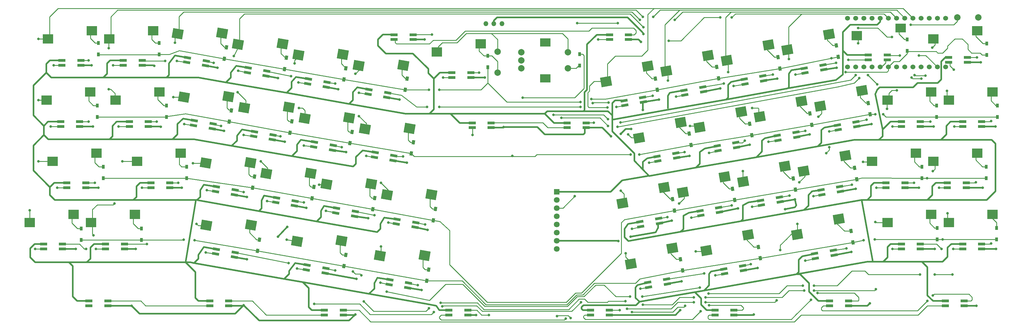
<source format=gbr>
G04 #@! TF.GenerationSoftware,KiCad,Pcbnew,(6.0.2-0)*
G04 #@! TF.CreationDate,2022-02-23T09:44:19+09:00*
G04 #@! TF.ProjectId,aliceball,616c6963-6562-4616-9c6c-2e6b69636164,rev?*
G04 #@! TF.SameCoordinates,Original*
G04 #@! TF.FileFunction,Copper,L2,Bot*
G04 #@! TF.FilePolarity,Positive*
%FSLAX46Y46*%
G04 Gerber Fmt 4.6, Leading zero omitted, Abs format (unit mm)*
G04 Created by KiCad (PCBNEW (6.0.2-0)) date 2022-02-23 09:44:19*
%MOMM*%
%LPD*%
G01*
G04 APERTURE LIST*
G04 Aperture macros list*
%AMRotRect*
0 Rectangle, with rotation*
0 The origin of the aperture is its center*
0 $1 length*
0 $2 width*
0 $3 Rotation angle, in degrees counterclockwise*
0 Add horizontal line*
21,1,$1,$2,0,0,$3*%
G04 Aperture macros list end*
G04 #@! TA.AperFunction,ComponentPad*
%ADD10R,1.800000X1.800000*%
G04 #@! TD*
G04 #@! TA.AperFunction,ComponentPad*
%ADD11C,1.800000*%
G04 #@! TD*
G04 #@! TA.AperFunction,SMDPad,CuDef*
%ADD12R,3.300000X3.000000*%
G04 #@! TD*
G04 #@! TA.AperFunction,SMDPad,CuDef*
%ADD13R,3.300000X2.800000*%
G04 #@! TD*
G04 #@! TA.AperFunction,SMDPad,CuDef*
%ADD14RotRect,3.300000X3.000000X190.000000*%
G04 #@! TD*
G04 #@! TA.AperFunction,SMDPad,CuDef*
%ADD15RotRect,3.300000X3.000000X170.000000*%
G04 #@! TD*
G04 #@! TA.AperFunction,SMDPad,CuDef*
%ADD16R,2.200000X0.820000*%
G04 #@! TD*
G04 #@! TA.AperFunction,SMDPad,CuDef*
%ADD17RotRect,2.200000X0.820000X170.000000*%
G04 #@! TD*
G04 #@! TA.AperFunction,SMDPad,CuDef*
%ADD18RotRect,2.200000X0.820000X190.000000*%
G04 #@! TD*
G04 #@! TA.AperFunction,ComponentPad*
%ADD19C,2.000000*%
G04 #@! TD*
G04 #@! TA.AperFunction,ComponentPad*
%ADD20R,3.200000X2.500000*%
G04 #@! TD*
G04 #@! TA.AperFunction,ComponentPad*
%ADD21O,1.500000X1.500000*%
G04 #@! TD*
G04 #@! TA.AperFunction,SMDPad,CuDef*
%ADD22R,0.950000X1.300000*%
G04 #@! TD*
G04 #@! TA.AperFunction,SMDPad,CuDef*
%ADD23RotRect,1.300000X0.950000X280.000000*%
G04 #@! TD*
G04 #@! TA.AperFunction,SMDPad,CuDef*
%ADD24RotRect,1.300000X0.950000X80.000000*%
G04 #@! TD*
G04 #@! TA.AperFunction,ComponentPad*
%ADD25C,1.524000*%
G04 #@! TD*
G04 #@! TA.AperFunction,ViaPad*
%ADD26C,0.800000*%
G04 #@! TD*
G04 #@! TA.AperFunction,Conductor*
%ADD27C,0.250000*%
G04 #@! TD*
G04 #@! TA.AperFunction,Conductor*
%ADD28C,0.500000*%
G04 #@! TD*
G04 APERTURE END LIST*
D10*
X184912000Y-74998000D03*
D11*
X184912000Y-77538000D03*
X184912000Y-80078000D03*
X184912000Y-82618000D03*
X184912000Y-85158000D03*
X184912000Y-87698000D03*
X184912000Y-90238000D03*
X184912000Y-92778000D03*
D12*
X301922000Y-27391817D03*
X315522000Y-24851817D03*
X278109500Y-26439317D03*
D13*
X291709500Y-23999317D03*
D14*
X259521173Y-88319012D03*
X272473492Y-83455985D03*
X231346590Y-93268427D03*
X244298909Y-88405400D03*
D15*
X104163408Y-90404730D03*
X117997859Y-90264934D03*
X76040251Y-85431363D03*
X89874702Y-85291567D03*
D12*
X28251196Y-65493560D03*
X41851196Y-62953560D03*
X26361560Y-46428483D03*
X39961560Y-43888483D03*
D16*
X39520000Y-110480000D03*
X45420000Y-110480000D03*
X45420000Y-108980000D03*
X39520000Y-108980000D03*
X77060000Y-110478000D03*
X82960000Y-110478000D03*
X82960000Y-108978000D03*
X77060000Y-108978000D03*
X112683500Y-113335500D03*
X118583500Y-113335500D03*
X118583500Y-111835500D03*
X112683500Y-111835500D03*
X305584000Y-110478000D03*
X311484000Y-110478000D03*
X311484000Y-108978000D03*
X305584000Y-108978000D03*
X269660000Y-110470000D03*
X275560000Y-110470000D03*
X275560000Y-108970000D03*
X269660000Y-108970000D03*
X234032000Y-113335500D03*
X239932000Y-113335500D03*
X239932000Y-111835500D03*
X234032000Y-111835500D03*
X195360500Y-113335500D03*
X201260500Y-113335500D03*
X201260500Y-111835500D03*
X195360500Y-111835500D03*
X151340000Y-113350000D03*
X157240000Y-113350000D03*
X157240000Y-111850000D03*
X151340000Y-111850000D03*
X158594000Y-55042500D03*
X164494000Y-55042500D03*
X164494000Y-53542500D03*
X158594000Y-53542500D03*
X188121500Y-55042500D03*
X194021500Y-55042500D03*
X194021500Y-53542500D03*
X188121500Y-53542500D03*
X201266000Y-27610500D03*
X207166000Y-27610500D03*
X207166000Y-26110500D03*
X201266000Y-26110500D03*
X134324500Y-27610500D03*
X140224500Y-27610500D03*
X140224500Y-26110500D03*
X134324500Y-26110500D03*
X152307500Y-39421500D03*
X158207500Y-39421500D03*
X158207500Y-37921500D03*
X152307500Y-37921500D03*
X31149500Y-35611500D03*
X37049500Y-35611500D03*
X37049500Y-34111500D03*
X31149500Y-34111500D03*
X30768500Y-54661500D03*
X36668500Y-54661500D03*
X36668500Y-53161500D03*
X30768500Y-53161500D03*
X32673500Y-73711500D03*
X38573500Y-73711500D03*
X38573500Y-72211500D03*
X32673500Y-72211500D03*
X25434500Y-92761500D03*
X31334500Y-92761500D03*
X31334500Y-91261500D03*
X25434500Y-91261500D03*
X44675000Y-92761500D03*
X50575000Y-92761500D03*
X50575000Y-91261500D03*
X44675000Y-91261500D03*
X58772000Y-73711500D03*
X64672000Y-73711500D03*
X64672000Y-72211500D03*
X58772000Y-72211500D03*
X52104500Y-54661500D03*
X58004500Y-54661500D03*
X58004500Y-53161500D03*
X52104500Y-53161500D03*
X50199500Y-35611500D03*
X56099500Y-35611500D03*
X56099500Y-34111500D03*
X50199500Y-34111500D03*
D17*
X69926081Y-34706844D03*
X75736447Y-35731368D03*
X75996919Y-34254156D03*
X70186553Y-33229632D03*
X72021581Y-54328344D03*
X77831947Y-55352868D03*
X78092419Y-53875656D03*
X72282053Y-52851132D03*
X78879581Y-74902344D03*
X84689947Y-75926868D03*
X84950419Y-74449656D03*
X79140053Y-73425132D03*
X78879581Y-94333344D03*
X84689947Y-95357868D03*
X84950419Y-93880656D03*
X79140053Y-92856132D03*
X107073581Y-99286344D03*
X112883947Y-100310868D03*
X113144419Y-98833656D03*
X107334053Y-97809132D03*
X97548581Y-78331344D03*
X103358947Y-79355868D03*
X103619419Y-77878656D03*
X97809053Y-76854132D03*
X90690581Y-57757344D03*
X96500947Y-58781868D03*
X96761419Y-57304656D03*
X90951053Y-56280132D03*
X88746000Y-37905594D03*
X94556366Y-38930118D03*
X94816838Y-37452906D03*
X89006472Y-36428382D03*
X107454581Y-41374344D03*
X113264947Y-42398868D03*
X113525419Y-40921656D03*
X107715053Y-39897132D03*
X109359581Y-60995844D03*
X115169947Y-62020368D03*
X115430419Y-60543156D03*
X109620053Y-59518632D03*
X116217581Y-81569844D03*
X122027947Y-82594368D03*
X122288419Y-81117156D03*
X116478053Y-80092632D03*
X132791081Y-103858344D03*
X138601447Y-104882868D03*
X138861919Y-103405656D03*
X133051553Y-102381132D03*
X135037500Y-84998844D03*
X140847866Y-86023368D03*
X141108338Y-84546156D03*
X135297972Y-83521632D03*
X128219081Y-64234344D03*
X134029447Y-65258868D03*
X134289919Y-63781656D03*
X128479553Y-62757132D03*
X126274500Y-44612844D03*
X132084866Y-45637368D03*
X132345338Y-44160156D03*
X126534972Y-43135632D03*
D18*
X206013053Y-48113868D03*
X211823419Y-47089344D03*
X211562947Y-45612132D03*
X205752581Y-46636656D03*
X216300053Y-65449368D03*
X222110419Y-64424844D03*
X221849947Y-62947632D03*
X216039581Y-63972156D03*
X210966053Y-85832868D03*
X216776419Y-84808344D03*
X216515947Y-83331132D03*
X210705581Y-84355656D03*
X213442553Y-104692368D03*
X219252919Y-103667844D03*
X218992447Y-102190632D03*
X213182081Y-103215156D03*
X237064553Y-100501368D03*
X242874919Y-99476844D03*
X242614447Y-97999632D03*
X236804081Y-99024156D03*
X229635053Y-82403868D03*
X235445419Y-81379344D03*
X235184947Y-79902132D03*
X229374581Y-80926656D03*
X234969053Y-62210868D03*
X240779419Y-61186344D03*
X240518947Y-59709132D03*
X234708581Y-60733656D03*
X224682053Y-44875368D03*
X230492419Y-43850844D03*
X230231947Y-42373632D03*
X224421581Y-43398156D03*
X243351053Y-41446368D03*
X249161419Y-40421844D03*
X248900947Y-38944632D03*
X243090581Y-39969156D03*
X253638053Y-58972368D03*
X259448419Y-57947844D03*
X259187947Y-56470632D03*
X253377581Y-57495156D03*
X248494553Y-79165368D03*
X254304919Y-78140844D03*
X254044447Y-76663632D03*
X248234081Y-77688156D03*
X265258553Y-95738868D03*
X271068919Y-94714344D03*
X270808447Y-93237132D03*
X264998081Y-94261656D03*
X267245525Y-75926868D03*
X273055891Y-74902344D03*
X272795419Y-73425132D03*
X266985053Y-74449656D03*
X272307053Y-55733868D03*
X278117419Y-54709344D03*
X277856947Y-53232132D03*
X272046581Y-54256656D03*
X262020053Y-38017368D03*
X267830419Y-36992844D03*
X267569947Y-35515632D03*
X261759581Y-36540156D03*
D16*
X281657000Y-33897000D03*
X287557000Y-33897000D03*
X287557000Y-32397000D03*
X281657000Y-32397000D03*
X291944000Y-54661500D03*
X297844000Y-54661500D03*
X297844000Y-53161500D03*
X291944000Y-53161500D03*
X287181500Y-73711500D03*
X293081500Y-73711500D03*
X293081500Y-72211500D03*
X287181500Y-72211500D03*
X291944000Y-92761500D03*
X297844000Y-92761500D03*
X297844000Y-91261500D03*
X291944000Y-91261500D03*
X310994000Y-92761500D03*
X316894000Y-92761500D03*
X316894000Y-91261500D03*
X310994000Y-91261500D03*
X306231500Y-73711500D03*
X312131500Y-73711500D03*
X312131500Y-72211500D03*
X306231500Y-72211500D03*
X310994000Y-54661500D03*
X316894000Y-54661500D03*
X316894000Y-53161500D03*
X310994000Y-53161500D03*
X306612500Y-34659000D03*
X312512500Y-34659000D03*
X312512500Y-33159000D03*
X306612500Y-33159000D03*
D12*
X306684500Y-84541817D03*
X320284500Y-82001817D03*
X301922000Y-65491817D03*
X315522000Y-62951817D03*
X306684500Y-46441817D03*
X320284500Y-43901817D03*
X287634500Y-84541817D03*
X301234500Y-82001817D03*
X282872000Y-65491817D03*
X296472000Y-62951817D03*
X287634500Y-46441817D03*
X301234500Y-43901817D03*
D14*
X261591403Y-68595379D03*
X274543722Y-63732352D03*
X266725670Y-48346192D03*
X279677989Y-43483165D03*
X256476254Y-30809564D03*
X269428573Y-25946537D03*
X242830815Y-71903377D03*
X255783134Y-67040350D03*
X247965082Y-51654190D03*
X260917401Y-46791163D03*
X237715667Y-34117562D03*
X250667986Y-29254535D03*
X224070228Y-75211375D03*
X237022547Y-70348348D03*
X229204494Y-54962188D03*
X242156813Y-50099161D03*
X218955079Y-37425559D03*
X231907398Y-32562532D03*
X207867214Y-97412280D03*
X220819533Y-92549253D03*
X205309640Y-78519372D03*
X218261959Y-73656345D03*
X210443907Y-58270186D03*
X223396226Y-53407159D03*
X200194491Y-40733557D03*
X213146810Y-35870530D03*
D12*
X147617000Y-31519500D03*
X161217000Y-28979500D03*
D15*
X129951227Y-94928804D03*
X143785678Y-94789008D03*
X132133590Y-75969736D03*
X145968041Y-75829940D03*
X125310870Y-55422830D03*
X139145321Y-55283034D03*
X123365904Y-35736004D03*
X137200355Y-35596208D03*
X113373002Y-72661740D03*
X127207453Y-72521944D03*
X106550282Y-52114832D03*
X120384733Y-51975036D03*
X104605316Y-32428005D03*
X118439767Y-32288209D03*
X94612414Y-69353742D03*
X108446865Y-69213946D03*
X87789695Y-48806834D03*
X101624146Y-48667038D03*
X85844728Y-29120007D03*
X99679179Y-28980211D03*
X75851827Y-66045743D03*
X89686278Y-65905947D03*
X69029107Y-45498837D03*
X82863558Y-45359041D03*
X67084141Y-25812009D03*
X80918592Y-25672213D03*
D12*
X40175000Y-84541817D03*
X53775000Y-82001817D03*
X54462500Y-65491817D03*
X68062500Y-62951817D03*
X47795000Y-46441817D03*
X61395000Y-43901817D03*
X45890000Y-27391817D03*
X59490000Y-24851817D03*
X21125000Y-84541817D03*
X34725000Y-82001817D03*
X26840000Y-27391817D03*
X40440000Y-24851817D03*
D19*
X173856000Y-31599500D03*
X173856000Y-34099500D03*
X173856000Y-36599500D03*
D20*
X181356000Y-28499500D03*
X181356000Y-39699500D03*
D19*
X188356000Y-31599500D03*
X188356000Y-36599500D03*
D21*
X167854000Y-22719500D03*
X165354000Y-22719500D03*
X162854000Y-22719500D03*
D22*
X44005500Y-70736000D03*
X44005500Y-67186000D03*
X318325500Y-67186000D03*
X318325500Y-70736000D03*
D23*
X258390774Y-70832466D03*
X259007226Y-74328534D03*
D22*
X303085500Y-86236000D03*
X303085500Y-89786000D03*
D24*
X101990274Y-56612034D03*
X102606726Y-53115966D03*
D22*
X163449000Y-36255500D03*
X163449000Y-32705500D03*
X192024000Y-32134000D03*
X192024000Y-35684000D03*
D23*
X244865274Y-53877966D03*
X245481726Y-57374034D03*
X277440774Y-67593966D03*
X278057226Y-71090034D03*
D24*
X83130774Y-53183034D03*
X83747226Y-49686966D03*
D23*
X281631774Y-47400966D03*
X282248226Y-50897034D03*
D24*
X81606774Y-33561534D03*
X82223226Y-30065466D03*
X137804274Y-43277034D03*
X138420726Y-39780966D03*
D22*
X69913500Y-70736000D03*
X69913500Y-67186000D03*
X61341000Y-32255000D03*
X61341000Y-28705000D03*
D24*
X146567274Y-83853534D03*
X147183726Y-80357466D03*
D22*
X42100500Y-51686000D03*
X42100500Y-48136000D03*
D19*
X309360500Y-20764500D03*
X315860500Y-20764500D03*
D24*
X91893774Y-93378534D03*
X92510226Y-89882466D03*
D23*
X223338774Y-95978466D03*
X223955226Y-99474534D03*
D22*
X298323000Y-67186000D03*
X298323000Y-70736000D03*
D24*
X139709274Y-63089034D03*
X140325726Y-59592966D03*
D22*
X42481500Y-32255000D03*
X42481500Y-28705000D03*
D23*
X271725774Y-29493966D03*
X272342226Y-32990034D03*
X247532274Y-92168466D03*
X248148726Y-95664534D03*
X253628274Y-33113466D03*
X254244726Y-36609534D03*
D22*
X302895000Y-48136000D03*
X302895000Y-51686000D03*
D24*
X144471774Y-102713034D03*
X145088226Y-99216966D03*
D22*
X37147500Y-89976500D03*
X37147500Y-86426500D03*
X63627000Y-51686000D03*
X63627000Y-48136000D03*
X318516000Y-28895500D03*
X318516000Y-32445500D03*
D23*
X215528274Y-39780966D03*
X216144726Y-43277034D03*
D22*
X55816500Y-89976500D03*
X55816500Y-86426500D03*
D24*
X120659274Y-59850534D03*
X121275726Y-56354466D03*
D22*
X321754500Y-48136000D03*
X321754500Y-51686000D03*
D24*
X90369774Y-73757034D03*
X90986226Y-70260966D03*
D19*
X166497000Y-31421000D03*
X166497000Y-37921000D03*
D24*
X108848274Y-76995534D03*
X109464726Y-73499466D03*
D22*
X321564000Y-86236000D03*
X321564000Y-89786000D03*
D24*
X100275774Y-36800034D03*
X100892226Y-33303966D03*
D25*
X275209000Y-20955000D03*
X275209000Y-36175000D03*
X277749000Y-36175000D03*
X280289000Y-36175000D03*
X282829000Y-36175000D03*
X285369000Y-36175000D03*
X287909000Y-36175000D03*
X290449000Y-36175000D03*
X292989000Y-36175000D03*
X295529000Y-36175000D03*
X298069000Y-36175000D03*
X300609000Y-36175000D03*
X303149000Y-36175000D03*
X305689000Y-36175000D03*
X305689000Y-20955000D03*
X303149000Y-20955000D03*
X300609000Y-20955000D03*
X298069000Y-20955000D03*
X295529000Y-20955000D03*
X292989000Y-20955000D03*
X290449000Y-20955000D03*
X287909000Y-20955000D03*
X285369000Y-20955000D03*
X282829000Y-20955000D03*
X280289000Y-20955000D03*
X277749000Y-20955000D03*
D24*
X118754274Y-98141034D03*
X119370726Y-94644966D03*
D23*
X239531274Y-74070966D03*
X240147726Y-77567034D03*
X263534274Y-50639466D03*
X264150726Y-54135534D03*
X276297774Y-87215466D03*
X276914226Y-90711534D03*
X226005774Y-56925966D03*
X226622226Y-60422034D03*
D24*
X127707774Y-80424534D03*
X128324226Y-76928466D03*
D22*
X293751000Y-27562000D03*
X293751000Y-31112000D03*
D24*
X118754274Y-40038534D03*
X119370726Y-36542466D03*
D23*
X234578274Y-36161466D03*
X235194726Y-39657534D03*
X220862274Y-77309466D03*
X221478726Y-80805534D03*
D26*
X145161000Y-43243500D03*
X270248151Y-33408849D03*
X192214500Y-47053500D03*
X148399500Y-43243500D03*
X274598000Y-37719000D03*
X195643500Y-46101000D03*
X171069000Y-63817500D03*
X283845000Y-50863500D03*
X174307500Y-45720000D03*
X207835500Y-63436500D03*
X286321500Y-50863500D03*
X210502500Y-63436500D03*
X299977000Y-70736000D03*
X295084500Y-39433500D03*
X298132500Y-39814500D03*
X299466000Y-38862000D03*
X304739500Y-89786000D03*
X68961000Y-89916000D03*
X72390000Y-90106500D03*
X280225500Y-90106500D03*
X296037000Y-38671500D03*
X283647199Y-89810637D03*
X79438500Y-36385500D03*
X253365000Y-39814500D03*
X321373500Y-92773500D03*
X315277500Y-110490000D03*
X277749000Y-74104500D03*
X241173000Y-80200500D03*
X244792500Y-60388500D03*
X247269000Y-98679000D03*
X52768500Y-110490000D03*
X98298000Y-39624000D03*
X35433000Y-92773500D03*
X119443500Y-62674500D03*
X235648500Y-42862500D03*
X321183000Y-54673500D03*
X220599000Y-84010500D03*
X255841500Y-80391000D03*
X126301500Y-83248500D03*
X223647000Y-102870000D03*
X116967000Y-43053000D03*
X168402000Y-54864000D03*
X297370500Y-73723500D03*
X136017000Y-46291500D03*
X301942500Y-54673500D03*
X207835500Y-88963500D03*
X87630000Y-110299500D03*
X100393500Y-59436000D03*
X122301000Y-113157000D03*
X208026000Y-55435500D03*
X143827500Y-27622500D03*
X258889500Y-77343000D03*
X81534000Y-56007000D03*
X162496500Y-39433500D03*
X107061000Y-80010000D03*
X223266000Y-111823500D03*
X211074000Y-28384500D03*
X144780000Y-86868000D03*
X282130500Y-109728000D03*
X88582500Y-96012000D03*
X263461500Y-57150000D03*
X59817000Y-35814000D03*
X316611000Y-34671000D03*
X271843500Y-36385500D03*
X98298000Y-88963500D03*
X54102000Y-92773500D03*
X282702000Y-53911500D03*
X40767000Y-54673500D03*
X204787500Y-56959500D03*
X68389500Y-73723500D03*
X101155500Y-85915500D03*
X142875000Y-105537000D03*
X138303000Y-65913000D03*
X246126000Y-113157000D03*
X40386000Y-35623500D03*
X61824521Y-54761479D03*
X204025500Y-90297000D03*
X159829500Y-113347500D03*
X276415500Y-93726000D03*
X42481500Y-73723500D03*
X211645500Y-49530000D03*
X88582500Y-76581000D03*
X216598500Y-46291500D03*
X122682000Y-102108000D03*
X302323500Y-92773500D03*
X317182500Y-73723500D03*
X201739500Y-57721500D03*
X226123500Y-63817500D03*
X211836000Y-25908000D03*
X315468000Y-33147000D03*
X308229000Y-36957000D03*
X319849500Y-52959000D03*
X315087000Y-72009000D03*
X308419500Y-54673500D03*
X303657000Y-73723500D03*
X319849500Y-91059000D03*
X308038500Y-92773500D03*
X304419000Y-92773500D03*
X289179000Y-92773500D03*
X295846500Y-72199500D03*
X300990000Y-53149500D03*
X284226000Y-73723500D03*
X289179000Y-54673500D03*
X291465000Y-32575500D03*
X275463000Y-33909000D03*
X271653000Y-34861500D03*
X281178000Y-52578000D03*
X259080000Y-38481000D03*
X268605000Y-62952500D03*
X269580858Y-61093141D03*
X269557500Y-56197500D03*
X276606000Y-72771000D03*
X274891500Y-92583000D03*
X264604500Y-76390500D03*
X257175000Y-76200000D03*
X262128000Y-96393000D03*
X245554500Y-79629000D03*
X262128000Y-56007000D03*
X252031500Y-38481000D03*
X250698000Y-59436000D03*
X236791500Y-41338500D03*
X239839500Y-42100500D03*
X243268500Y-59055000D03*
X221932500Y-45339000D03*
X232219500Y-62865000D03*
X239268000Y-79248000D03*
X226695000Y-83058000D03*
X245173500Y-97536000D03*
X234124500Y-100965000D03*
X230695500Y-100393500D03*
X210883500Y-105156000D03*
X219265500Y-82867500D03*
X224599500Y-62674500D03*
X208216500Y-86487000D03*
X213550500Y-65913000D03*
X214693500Y-45148500D03*
X203454000Y-48577500D03*
X196024500Y-47434500D03*
X192214500Y-48577500D03*
X144589500Y-48577500D03*
X200977500Y-47244000D03*
X148399500Y-48577500D03*
X137160000Y-64008000D03*
X123444000Y-44196000D03*
X125730000Y-63817500D03*
X144018000Y-85153500D03*
X132588000Y-84582000D03*
X141732000Y-104013000D03*
X130111500Y-103251000D03*
X128206500Y-82296000D03*
X118110000Y-61150500D03*
X113157000Y-80962500D03*
X116014500Y-41338500D03*
X106299000Y-60579000D03*
X102298500Y-39052500D03*
X104584500Y-40957500D03*
X85915500Y-37338000D03*
X99060000Y-57721500D03*
X106299000Y-78295500D03*
X87630000Y-57340500D03*
X116014500Y-99441000D03*
X94869000Y-77914500D03*
X104203500Y-98869500D03*
X101536500Y-97155000D03*
X75819000Y-93916500D03*
X87630000Y-75057000D03*
X80581500Y-54483000D03*
X76200000Y-74485500D03*
X69151500Y-53911500D03*
X78295500Y-34861500D03*
X63246000Y-34290000D03*
X66865500Y-34290000D03*
X60579000Y-53149500D03*
X47053500Y-35623500D03*
X48768000Y-54673500D03*
X67246500Y-72199500D03*
X56007000Y-73723500D03*
X57531000Y-91249500D03*
X38671500Y-92773500D03*
X41719500Y-92773500D03*
X41338500Y-72199500D03*
X22860000Y-92773500D03*
X39433500Y-53149500D03*
X29718000Y-73723500D03*
X39433500Y-34099500D03*
X27622500Y-54673500D03*
X160782000Y-37909500D03*
X28575000Y-35623500D03*
X149542500Y-39433500D03*
X146113500Y-26098500D03*
X197739000Y-27622500D03*
X196405500Y-53530500D03*
X158686500Y-57340500D03*
X163830000Y-113347500D03*
X204406500Y-111823500D03*
X187642500Y-114490500D03*
X232219500Y-110299500D03*
X229552500Y-112204500D03*
X265938000Y-106489500D03*
X263842500Y-108585000D03*
X300037500Y-108966000D03*
X301752000Y-107251500D03*
X206311500Y-94107000D03*
X207073500Y-57150000D03*
X23812500Y-46482000D03*
X200596500Y-48768000D03*
X204787500Y-74676000D03*
X21145500Y-80772000D03*
X23812500Y-65532000D03*
X23812500Y-27432000D03*
X208216500Y-112395000D03*
X40957500Y-88582500D03*
X45720000Y-43053000D03*
X224790000Y-110490000D03*
X189166500Y-114300000D03*
X219456000Y-40386000D03*
X228028500Y-93535500D03*
X49911000Y-65532000D03*
X211645500Y-20574000D03*
X222885000Y-78676500D03*
X214884000Y-20574000D03*
X45720000Y-30289500D03*
X47434500Y-78676500D03*
X226306062Y-54490938D03*
X184975500Y-113728500D03*
X72961500Y-84963000D03*
X221551500Y-21526500D03*
X65722500Y-45529500D03*
X210693000Y-21526500D03*
X238125000Y-37719000D03*
X66294000Y-28575000D03*
X242697000Y-68580000D03*
X71818500Y-66103500D03*
X245554500Y-48958500D03*
X219646500Y-28003500D03*
X149352000Y-110680500D03*
X109537500Y-109918500D03*
X85725000Y-44005500D03*
X253174500Y-108775500D03*
X235648500Y-20764500D03*
X84582000Y-32766000D03*
X239268000Y-20764500D03*
X100965000Y-89916000D03*
X192405000Y-109347000D03*
X259651500Y-84963000D03*
X227457000Y-109347000D03*
X256984500Y-33718500D03*
X260223000Y-72009000D03*
X266128500Y-51625500D03*
X231076500Y-109347000D03*
X92964000Y-65532000D03*
X146685000Y-112395000D03*
X206692500Y-111442500D03*
X211836000Y-23812500D03*
X254317500Y-93154500D03*
X264795000Y-105727500D03*
X231076500Y-107823000D03*
X121539000Y-99822000D03*
X261747000Y-105727500D03*
X284416500Y-41529000D03*
X124968000Y-109156500D03*
X287464500Y-49149000D03*
X211645500Y-110109000D03*
X145161000Y-111252000D03*
X206216250Y-109061250D03*
X111061500Y-72771000D03*
X283845000Y-84391500D03*
X104775000Y-48958500D03*
X148780500Y-109537500D03*
X227457000Y-107823000D03*
X103441500Y-35052000D03*
X290512500Y-43434000D03*
X278511000Y-28765500D03*
X281559000Y-38671500D03*
X280035000Y-65722500D03*
X124206000Y-100965000D03*
X284035500Y-105346500D03*
X297751500Y-100774500D03*
X261366000Y-104203500D03*
X130302000Y-92011500D03*
X122301000Y-38290500D03*
X232029000Y-106680000D03*
X302323500Y-100774500D03*
X301561500Y-30099000D03*
X264795000Y-104203500D03*
X123444000Y-51435000D03*
X207645000Y-107632500D03*
X130302000Y-72199500D03*
X229362000Y-104775000D03*
X306133500Y-43624500D03*
X307848000Y-100774500D03*
X301752000Y-68580000D03*
X306324000Y-81724500D03*
X211455000Y-107632500D03*
X132016500Y-106108500D03*
X297370500Y-32575500D03*
X203835000Y-22479000D03*
X191262000Y-22479000D03*
X288988500Y-26860500D03*
X278511000Y-24003000D03*
X186309000Y-52006500D03*
X278892000Y-39624000D03*
X203746872Y-54775872D03*
X200787000Y-54483000D03*
X204693854Y-53433646D03*
X277749000Y-38671500D03*
X183832500Y-51054000D03*
X200787000Y-52387500D03*
X294894000Y-23050500D03*
X190500000Y-76390500D03*
D27*
X294894000Y-23050500D02*
X308229000Y-23050500D01*
X308229000Y-23050500D02*
X309360500Y-21919000D01*
X309360500Y-21919000D02*
X309360500Y-20764500D01*
X225026736Y-44814591D02*
X221932500Y-45339000D01*
X206357736Y-48053091D02*
X203454000Y-48577500D01*
X199453500Y-51054000D02*
X183832500Y-51054000D01*
X200787000Y-52387500D02*
X199453500Y-51054000D01*
X277749000Y-38671500D02*
X276225000Y-40195500D01*
X276225000Y-40195500D02*
X204693854Y-53433646D01*
D28*
X302323500Y-92773500D02*
X297406000Y-92773500D01*
D27*
X69913500Y-70736000D02*
X90369774Y-73757034D01*
X90369774Y-73757034D02*
X108848274Y-76995534D01*
X101990274Y-56612034D02*
X120659274Y-59850534D01*
X120659274Y-59850534D02*
X139709274Y-63089034D01*
D28*
X52768500Y-110490000D02*
X44980000Y-110490000D01*
X35433000Y-92773500D02*
X35421000Y-92761500D01*
X35421000Y-92761500D02*
X30884500Y-92761500D01*
D27*
X33123500Y-73711500D02*
X29730000Y-73711500D01*
X29730000Y-73711500D02*
X29718000Y-73723500D01*
X41338500Y-72199500D02*
X41326500Y-72211500D01*
X41326500Y-72211500D02*
X38123500Y-72211500D01*
D28*
X72725217Y-52929274D02*
X68770500Y-52197000D01*
X68770500Y-52197000D02*
X67056000Y-53911500D01*
X67056000Y-57150000D02*
X65532000Y-58674000D01*
X67056000Y-53911500D02*
X67056000Y-57150000D01*
D27*
X60579000Y-53149500D02*
X60567000Y-53161500D01*
X60567000Y-53161500D02*
X57554500Y-53161500D01*
X39433500Y-53149500D02*
X39421500Y-53161500D01*
X39421500Y-53161500D02*
X36218500Y-53161500D01*
X50649500Y-35611500D02*
X47065500Y-35611500D01*
X47065500Y-35611500D02*
X47053500Y-35623500D01*
X39433500Y-34099500D02*
X39421500Y-34111500D01*
X39421500Y-34111500D02*
X36599500Y-34111500D01*
X31499500Y-35611500D02*
X28587000Y-35611500D01*
X28587000Y-35611500D02*
X28575000Y-35623500D01*
D28*
X39970000Y-108980000D02*
X35828000Y-108980000D01*
X34480500Y-98107500D02*
X33337500Y-96964500D01*
X35828000Y-108980000D02*
X34480500Y-107632500D01*
X34480500Y-107632500D02*
X34480500Y-98107500D01*
D27*
X77510000Y-110478000D02*
X57138000Y-110478000D01*
X57138000Y-110478000D02*
X55640000Y-108980000D01*
X55640000Y-108980000D02*
X45070000Y-108980000D01*
X39990000Y-24851817D02*
X39990000Y-27226500D01*
X41468500Y-28705000D02*
X42481500Y-28705000D01*
X39990000Y-27226500D02*
X41468500Y-28705000D01*
X316420500Y-31813500D02*
X317052500Y-32445500D01*
X81606774Y-33561534D02*
X100275774Y-36800034D01*
X118754274Y-40038534D02*
X137804274Y-43277034D01*
X312610500Y-29146500D02*
X312610500Y-30670500D01*
X302808838Y-31346338D02*
X303276000Y-31813500D01*
X310896000Y-27432000D02*
X312610500Y-29146500D01*
X42481500Y-32255000D02*
X42572838Y-32346338D01*
X304800000Y-31813500D02*
X306324000Y-30289500D01*
X169354500Y-47053500D02*
X163449000Y-41148000D01*
X293751000Y-31112000D02*
X293985338Y-31346338D01*
X293751000Y-31112000D02*
X293751000Y-32004000D01*
X42572838Y-32346338D02*
X61249662Y-32346338D01*
X61341000Y-32255000D02*
X64454000Y-32255000D01*
X293985338Y-31346338D02*
X302808838Y-31346338D01*
X235194726Y-39657534D02*
X216144726Y-43277034D01*
X308553736Y-27432000D02*
X310896000Y-27432000D01*
X161353500Y-43243500D02*
X163449000Y-41148000D01*
X192214500Y-47053500D02*
X169354500Y-47053500D01*
X145127466Y-43277034D02*
X145161000Y-43243500D01*
X61249662Y-32346338D02*
X61341000Y-32255000D01*
X200025000Y-46101000D02*
X216144726Y-43277034D01*
X289603500Y-34480500D02*
X287909000Y-36175000D01*
X64454000Y-32255000D02*
X67627500Y-31051500D01*
X287909000Y-37274500D02*
X287909000Y-36175000D01*
X274598000Y-37719000D02*
X287464500Y-37719000D01*
X317052500Y-32445500D02*
X318516000Y-32445500D01*
X312610500Y-30670500D02*
X313753500Y-31813500D01*
X313753500Y-31813500D02*
X316420500Y-31813500D01*
X306324000Y-30289500D02*
X306324000Y-29661736D01*
X293751000Y-32004000D02*
X291274500Y-34480500D01*
X137804274Y-43277034D02*
X145127466Y-43277034D01*
X100275774Y-36800034D02*
X118754274Y-40038534D01*
X254244726Y-36609534D02*
X235194726Y-39657534D01*
X291274500Y-34480500D02*
X289603500Y-34480500D01*
X270248151Y-33408849D02*
X254244726Y-36609534D01*
X163449000Y-41148000D02*
X163449000Y-36255500D01*
X306324000Y-29661736D02*
X308553736Y-27432000D01*
X287464500Y-37719000D02*
X287909000Y-37274500D01*
X272342226Y-32990034D02*
X270248151Y-33408849D01*
X67627500Y-31051500D02*
X81606774Y-33561534D01*
X148399500Y-43243500D02*
X161353500Y-43243500D01*
X195643500Y-46101000D02*
X200025000Y-46101000D01*
X303276000Y-31813500D02*
X304800000Y-31813500D01*
X40897000Y-48136000D02*
X39511560Y-46750560D01*
X39511560Y-46750560D02*
X39511560Y-43888483D01*
X42100500Y-48136000D02*
X40897000Y-48136000D01*
X178689000Y-63436500D02*
X178117500Y-64008000D01*
X302895000Y-51686000D02*
X287144000Y-51686000D01*
X245481726Y-57374034D02*
X226622226Y-60422034D01*
X157543500Y-64008000D02*
X170878500Y-64008000D01*
X287144000Y-51686000D02*
X286321500Y-50863500D01*
X207835500Y-63436500D02*
X178689000Y-63436500D01*
X282248226Y-50897034D02*
X264150726Y-54135534D01*
X63627000Y-51686000D02*
X63726034Y-51586966D01*
X264150726Y-54135534D02*
X245481726Y-57374034D01*
X193357500Y-42862500D02*
X193357500Y-32575500D01*
X178117500Y-64008000D02*
X171259500Y-64008000D01*
X83130774Y-53183034D02*
X101990274Y-56612034D01*
X42100500Y-51686000D02*
X63627000Y-51686000D01*
X139709274Y-63089034D02*
X140628240Y-64008000D01*
X171259500Y-64008000D02*
X171069000Y-63817500D01*
X63726034Y-51586966D02*
X69532500Y-50673000D01*
X192916000Y-32134000D02*
X192024000Y-32134000D01*
X170878500Y-64008000D02*
X171069000Y-63817500D01*
X321754500Y-51686000D02*
X302895000Y-51686000D01*
X282281760Y-50863500D02*
X282248226Y-50897034D01*
X174307500Y-45720000D02*
X190500000Y-45720000D01*
X69532500Y-50673000D02*
X83130774Y-53183034D01*
X190500000Y-45720000D02*
X193357500Y-42862500D01*
X226622226Y-60422034D02*
X210502500Y-63436500D01*
X193357500Y-32575500D02*
X192916000Y-32134000D01*
X140628240Y-64008000D02*
X157543500Y-64008000D01*
X283845000Y-50863500D02*
X282281760Y-50863500D01*
X42611500Y-67186000D02*
X41401196Y-65975696D01*
X44005500Y-67186000D02*
X42611500Y-67186000D01*
X41401196Y-65975696D02*
X41401196Y-62953560D01*
X127707774Y-80424534D02*
X146567274Y-83853534D01*
X295084500Y-39433500D02*
X295465500Y-39814500D01*
X205930500Y-83629500D02*
X204978000Y-84582000D01*
X221478726Y-80805534D02*
X205930500Y-83629500D01*
X204978000Y-84582000D02*
X204978000Y-94107000D01*
X44005500Y-70736000D02*
X69913500Y-70736000D01*
X151638000Y-97726500D02*
X151638000Y-87058500D01*
X187833000Y-109347000D02*
X163258500Y-109347000D01*
X240147726Y-77567034D02*
X221478726Y-80805534D01*
X278057226Y-71090034D02*
X259007226Y-74328534D01*
X299977000Y-70736000D02*
X298323000Y-70736000D01*
X108848274Y-76995534D02*
X127707774Y-80424534D01*
X190690500Y-106489500D02*
X187833000Y-109347000D01*
X151638000Y-87058500D02*
X148590000Y-84201000D01*
X318325500Y-70736000D02*
X299977000Y-70736000D01*
X279654000Y-70675500D02*
X278057226Y-71090034D01*
X259007226Y-74328534D02*
X240147726Y-77567034D01*
X163258500Y-109347000D02*
X151638000Y-97726500D01*
X295465500Y-39814500D02*
X298132500Y-39814500D01*
X148590000Y-84201000D02*
X146567274Y-83853534D01*
X192595500Y-106489500D02*
X190690500Y-106489500D01*
X298323000Y-70736000D02*
X279654000Y-70675500D01*
X204978000Y-94107000D02*
X192595500Y-106489500D01*
X35944000Y-86426500D02*
X34275000Y-84757500D01*
X37147500Y-86426500D02*
X35944000Y-86426500D01*
X34275000Y-84757500D02*
X34275000Y-82001817D01*
X55816500Y-89976500D02*
X68900500Y-89976500D01*
X192976500Y-107061000D02*
X196596000Y-103441500D01*
X276914226Y-90711534D02*
X248148726Y-95664534D01*
X188023500Y-110109000D02*
X191071500Y-107061000D01*
X196596000Y-103441500D02*
X209359500Y-103441500D01*
X210693000Y-102108000D02*
X223955226Y-99474534D01*
X118754274Y-98141034D02*
X144471774Y-102713034D01*
X209359500Y-103441500D02*
X210693000Y-102108000D01*
X321564000Y-89786000D02*
X304739500Y-89786000D01*
X155481534Y-102713034D02*
X162877500Y-110109000D01*
X248148726Y-95664534D02*
X223955226Y-99474534D01*
X191071500Y-107061000D02*
X192976500Y-107061000D01*
X304739500Y-89786000D02*
X303085500Y-89786000D01*
X303085500Y-89786000D02*
X283671836Y-89786000D01*
X68900500Y-89976500D02*
X68961000Y-89916000D01*
X162877500Y-110109000D02*
X188023500Y-110109000D01*
X299466000Y-38862000D02*
X296227500Y-38862000D01*
X144471774Y-102713034D02*
X155481534Y-102713034D01*
X72390000Y-90106500D02*
X91893774Y-93378534D01*
X91893774Y-93378534D02*
X118754274Y-98141034D01*
X283671836Y-89786000D02*
X283647199Y-89810637D01*
X37147500Y-89976500D02*
X55816500Y-89976500D01*
X296227500Y-38862000D02*
X296037000Y-38671500D01*
X280225500Y-90106500D02*
X276914226Y-90711534D01*
X59055000Y-27622500D02*
X60137500Y-28705000D01*
X60137500Y-28705000D02*
X61341000Y-28705000D01*
X59055000Y-24866817D02*
X59055000Y-27622500D01*
X59040000Y-24851817D02*
X59055000Y-24866817D01*
X63627000Y-48136000D02*
X62804500Y-48136000D01*
X60945000Y-46276500D02*
X60945000Y-43901817D01*
X62804500Y-48136000D02*
X60945000Y-46276500D01*
X67612500Y-66469500D02*
X67612500Y-62951817D01*
X68329000Y-67186000D02*
X67612500Y-66469500D01*
X69913500Y-67186000D02*
X68329000Y-67186000D01*
X53325000Y-84948000D02*
X53325000Y-82001817D01*
X55816500Y-86426500D02*
X54803500Y-86426500D01*
X54803500Y-86426500D02*
X53325000Y-84948000D01*
X80475429Y-28849929D02*
X81690966Y-30065466D01*
X80475429Y-25594071D02*
X80475429Y-28849929D01*
X81690966Y-30065466D02*
X82223226Y-30065466D01*
X83937726Y-49496466D02*
X83024466Y-49496466D01*
X82420395Y-48892395D02*
X82420395Y-45280899D01*
X83024466Y-49496466D02*
X82420395Y-48892395D01*
X89243115Y-69621615D02*
X89243115Y-65827805D01*
X89882466Y-70260966D02*
X89243115Y-69621615D01*
X90986226Y-70260966D02*
X89882466Y-70260966D01*
X92510226Y-89882466D02*
X91596966Y-89882466D01*
X91596966Y-89882466D02*
X89431539Y-87717039D01*
X89431539Y-87717039D02*
X89431539Y-85213425D01*
X99236016Y-28902069D02*
X99236016Y-31989516D01*
X99236016Y-31989516D02*
X100550466Y-33303966D01*
X100550466Y-33303966D02*
X100892226Y-33303966D01*
X102606726Y-53115966D02*
X101693466Y-53115966D01*
X101693466Y-53115966D02*
X101180983Y-52603483D01*
X101180983Y-52603483D02*
X101180983Y-48588896D01*
X109464726Y-73499466D02*
X108551466Y-73499466D01*
X108003702Y-72951702D02*
X108003702Y-69135804D01*
X108551466Y-73499466D02*
X108003702Y-72951702D01*
X119370726Y-94644966D02*
X118266966Y-94644966D01*
X117554696Y-93932696D02*
X117554696Y-90186792D01*
X118266966Y-94644966D02*
X117554696Y-93932696D01*
X118300500Y-35472240D02*
X119370726Y-36542466D01*
X117996604Y-32210067D02*
X117996604Y-35129104D01*
X118300500Y-35433000D02*
X118300500Y-35472240D01*
X117996604Y-35129104D02*
X118300500Y-35433000D01*
X120362466Y-56354466D02*
X119941570Y-55933570D01*
X121275726Y-56354466D02*
X120362466Y-56354466D01*
X119941570Y-55933570D02*
X119941570Y-51896894D01*
X127410966Y-76928466D02*
X126764290Y-76281790D01*
X126764290Y-76281790D02*
X126764290Y-72443802D01*
X128324226Y-76928466D02*
X127410966Y-76928466D01*
X137888466Y-39780966D02*
X138420726Y-39780966D01*
X136757192Y-38649692D02*
X137888466Y-39780966D01*
X136757192Y-35518066D02*
X136757192Y-38649692D01*
X140325726Y-59592966D02*
X139412466Y-59592966D01*
X138702158Y-58882658D02*
X138702158Y-55204892D01*
X139412466Y-59592966D02*
X138702158Y-58882658D01*
X146270466Y-80357466D02*
X145524878Y-79611878D01*
X145524878Y-79611878D02*
X145524878Y-75751798D01*
X147183726Y-80357466D02*
X146270466Y-80357466D01*
X145088226Y-99216966D02*
X143984466Y-99216966D01*
X143984466Y-99216966D02*
X143342515Y-98575015D01*
X143342515Y-98575015D02*
X143342515Y-94710866D01*
X160782000Y-28994500D02*
X160782000Y-31242000D01*
X160782000Y-31242000D02*
X162245500Y-32705500D01*
X166497000Y-37921000D02*
X166497000Y-34480500D01*
X166497000Y-34480500D02*
X164722000Y-32705500D01*
X160767000Y-28979500D02*
X160782000Y-28994500D01*
X164722000Y-32705500D02*
X163449000Y-32705500D01*
X162245500Y-32705500D02*
X163449000Y-32705500D01*
X190857500Y-36599500D02*
X188356000Y-36599500D01*
X191773000Y-35684000D02*
X190857500Y-36599500D01*
X192024000Y-35684000D02*
X191773000Y-35684000D01*
X212703647Y-38015147D02*
X212703647Y-35948672D01*
X215528274Y-39780966D02*
X214469466Y-39780966D01*
X214469466Y-39780966D02*
X212703647Y-38015147D01*
X226005774Y-56925966D02*
X224946966Y-56925966D01*
X222953063Y-54932063D02*
X222953063Y-53485301D01*
X224946966Y-56925966D02*
X222953063Y-54932063D01*
X217818796Y-74943796D02*
X217818796Y-73734487D01*
X220184466Y-77309466D02*
X217818796Y-74943796D01*
X220862274Y-77309466D02*
X220184466Y-77309466D01*
X222089466Y-95978466D02*
X220376370Y-94265370D01*
X220376370Y-94265370D02*
X220376370Y-92627395D01*
X223338774Y-95978466D02*
X222089466Y-95978466D01*
X234578274Y-36161466D02*
X233138466Y-36161466D01*
X231464235Y-34487235D02*
X231464235Y-32640674D01*
X233138466Y-36161466D02*
X231464235Y-34487235D01*
X241713650Y-52166150D02*
X241713650Y-50177303D01*
X243459000Y-53911500D02*
X241713650Y-52166150D01*
X244865274Y-53877966D02*
X243492534Y-53877966D01*
X243492534Y-53877966D02*
X243459000Y-53911500D01*
X236579384Y-72177884D02*
X236579384Y-70426490D01*
X239531274Y-74070966D02*
X238472466Y-74070966D01*
X238472466Y-74070966D02*
X236579384Y-72177884D01*
X246092466Y-92168466D02*
X243855746Y-89931746D01*
X243855746Y-89931746D02*
X243855746Y-88483542D01*
X247532274Y-92168466D02*
X246092466Y-92168466D01*
X253628274Y-33113466D02*
X252569466Y-33113466D01*
X250224823Y-30768823D02*
X250224823Y-29332677D01*
X252569466Y-33113466D02*
X250224823Y-30768823D01*
X263534274Y-50639466D02*
X262665966Y-50639466D01*
X260474238Y-48447738D02*
X260474238Y-46869305D01*
X262665966Y-50639466D02*
X260474238Y-48447738D01*
X257331966Y-70832466D02*
X255339971Y-68840471D01*
X255339971Y-68840471D02*
X255339971Y-67118492D01*
X258390774Y-70832466D02*
X257331966Y-70832466D01*
X268985410Y-27812410D02*
X268985410Y-26024679D01*
X270666966Y-29493966D02*
X268985410Y-27812410D01*
X271725774Y-29493966D02*
X270666966Y-29493966D01*
X281631774Y-47400966D02*
X280953966Y-47400966D01*
X279234826Y-45681826D02*
X279234826Y-43561307D01*
X280953966Y-47400966D02*
X279234826Y-45681826D01*
X276191466Y-67593966D02*
X274100559Y-65503059D01*
X277440774Y-67593966D02*
X276191466Y-67593966D01*
X274100559Y-65503059D02*
X274100559Y-63810494D01*
X272030329Y-84959329D02*
X272030329Y-83534127D01*
X276297774Y-87215466D02*
X274286466Y-87215466D01*
X274286466Y-87215466D02*
X272030329Y-84959329D01*
X291259500Y-25893000D02*
X291259500Y-23899317D01*
X293751000Y-27562000D02*
X292928500Y-27562000D01*
X292928500Y-27562000D02*
X291259500Y-25893000D01*
X302895000Y-48136000D02*
X302072500Y-48136000D01*
X302072500Y-48136000D02*
X300784500Y-46848000D01*
X300784500Y-46848000D02*
X300784500Y-43901817D01*
X298323000Y-67186000D02*
X297500500Y-67186000D01*
X297500500Y-67186000D02*
X296022000Y-65707500D01*
X296022000Y-65707500D02*
X296022000Y-62951817D01*
X300784500Y-84757500D02*
X300784500Y-82001817D01*
X302263000Y-86236000D02*
X300784500Y-84757500D01*
X303085500Y-86236000D02*
X302263000Y-86236000D01*
X318516000Y-28895500D02*
X317312500Y-28895500D01*
X317312500Y-28895500D02*
X315072000Y-26655000D01*
X315072000Y-26655000D02*
X315072000Y-24851817D01*
X321313000Y-48136000D02*
X319834500Y-46657500D01*
X319834500Y-46657500D02*
X319834500Y-43901817D01*
X321754500Y-48136000D02*
X321313000Y-48136000D01*
X315072000Y-65136000D02*
X315072000Y-62951817D01*
X318325500Y-67186000D02*
X317122000Y-67186000D01*
X317122000Y-67186000D02*
X315072000Y-65136000D01*
X321564000Y-84582000D02*
X319834500Y-82852500D01*
X319834500Y-82852500D02*
X319834500Y-82001817D01*
X321564000Y-86236000D02*
X321564000Y-84582000D01*
D28*
X276415500Y-93726000D02*
X270625756Y-94792485D01*
X216333256Y-86180744D02*
X216333256Y-84886485D01*
X277749000Y-74104500D02*
X272612728Y-74980485D01*
X199060500Y-55042500D02*
X193571500Y-55042500D01*
X57554500Y-54661500D02*
X61724542Y-54661500D01*
X245947500Y-113335500D02*
X239482000Y-113335500D01*
X317182500Y-73723500D02*
X311693500Y-73723500D01*
D27*
X286131000Y-35814000D02*
X287107000Y-34838000D01*
D28*
X54102000Y-92773500D02*
X50137000Y-92773500D01*
X77388783Y-55274726D02*
X81534000Y-56007000D01*
X247269000Y-98679000D02*
X242431756Y-99554985D01*
X159827000Y-113350000D02*
X156790000Y-113350000D01*
X68389500Y-73723500D02*
X64234000Y-73723500D01*
X142875000Y-105537000D02*
X138158283Y-104804726D01*
X215646000Y-87630000D02*
X216333256Y-86180744D01*
X36218500Y-54661500D02*
X40755000Y-54661500D01*
X84963000Y-112966500D02*
X87630000Y-110299500D01*
X168402000Y-54864000D02*
X178879500Y-54864000D01*
X122682000Y-102108000D02*
X112440783Y-100232726D01*
X162484500Y-39421500D02*
X162496500Y-39433500D01*
X92392500Y-115062000D02*
X120396000Y-115062000D01*
X96057783Y-58703726D02*
X100393500Y-59436000D01*
X84246783Y-95279726D02*
X88582500Y-96012000D01*
X271843500Y-36385500D02*
X267387256Y-37070985D01*
X221754000Y-113335500D02*
X200810500Y-113335500D01*
X211645500Y-49530000D02*
X211645500Y-47432729D01*
X297394000Y-54661500D02*
X301930500Y-54661500D01*
X210300000Y-27610500D02*
X211074000Y-28384500D01*
X315277500Y-110490000D02*
X311046000Y-110490000D01*
X211380256Y-47167485D02*
X216598500Y-46291500D01*
X263461500Y-57150000D02*
X259005256Y-58025985D01*
X297370500Y-73723500D02*
X292643500Y-73723500D01*
X168223500Y-55042500D02*
X164044000Y-55042500D01*
X244792500Y-60388500D02*
X240336256Y-61264485D01*
X126301500Y-83248500D02*
X121584783Y-82516226D01*
X40755000Y-54661500D02*
X40767000Y-54673500D01*
X75293283Y-35653226D02*
X79438500Y-36385500D01*
X226123500Y-63817500D02*
X221667256Y-64502985D01*
X312062500Y-34659000D02*
X316599000Y-34659000D01*
X42469500Y-73711500D02*
X42481500Y-73723500D01*
D27*
X285730000Y-35814000D02*
X286131000Y-35814000D01*
D28*
X112821783Y-42320726D02*
X116967000Y-43053000D01*
X36599500Y-35611500D02*
X40374000Y-35611500D01*
X144780000Y-86868000D02*
X140404702Y-85945226D01*
D27*
X285369000Y-36175000D02*
X285730000Y-35814000D01*
D28*
X206311500Y-55435500D02*
X204787500Y-56959500D01*
X143827500Y-27622500D02*
X139786500Y-27622500D01*
X203894000Y-90238000D02*
X184912000Y-90238000D01*
X220599000Y-84010500D02*
X216333256Y-84886485D01*
X87451500Y-110478000D02*
X82510000Y-110478000D01*
X120396000Y-115062000D02*
X122301000Y-113157000D01*
X40374000Y-35611500D02*
X40386000Y-35623500D01*
X316599000Y-34659000D02*
X316611000Y-34671000D01*
X94113202Y-38851976D02*
X98298000Y-39624000D01*
X84246783Y-75848726D02*
X88582500Y-76581000D01*
X178879500Y-54864000D02*
X181165500Y-57150000D01*
D27*
X287107000Y-34838000D02*
X287107000Y-33897000D01*
D28*
X201739500Y-57721500D02*
X199060500Y-55042500D01*
X223266000Y-111823500D02*
X221754000Y-113335500D01*
X258889500Y-79819500D02*
X255841500Y-80391000D01*
X241173000Y-80200500D02*
X235002256Y-81457485D01*
X206716000Y-27610500D02*
X210300000Y-27610500D01*
X52768500Y-110490000D02*
X55245000Y-112966500D01*
X59614500Y-35611500D02*
X59817000Y-35814000D01*
X87630000Y-110299500D02*
X92392500Y-115062000D01*
X246126000Y-113157000D02*
X245947500Y-113335500D01*
X157757500Y-39421500D02*
X162484500Y-39421500D01*
X211645500Y-47432729D02*
X211380256Y-47167485D01*
X282702000Y-53911500D02*
X277674256Y-54787485D01*
X87630000Y-110299500D02*
X87451500Y-110478000D01*
X55245000Y-112966500D02*
X84963000Y-112966500D01*
X193571500Y-56745500D02*
X193571500Y-55042500D01*
X321183000Y-54673500D02*
X316456000Y-54673500D01*
X223647000Y-102870000D02*
X218809756Y-103745985D01*
X230049256Y-43928985D02*
X235648500Y-42862500D01*
X204025500Y-90297000D02*
X203894000Y-90238000D01*
X253861756Y-78218985D02*
X258889500Y-77343000D01*
X193167000Y-57150000D02*
X193571500Y-56745500D01*
X159829500Y-113347500D02*
X159827000Y-113350000D01*
X321373500Y-92773500D02*
X316456000Y-92773500D01*
X248718256Y-40499985D02*
X253365000Y-39814500D01*
X131641702Y-45559226D02*
X136017000Y-46291500D01*
X138303000Y-65913000D02*
X133586283Y-65180726D01*
X258889500Y-77343000D02*
X259270500Y-79248000D01*
X301930500Y-54661500D02*
X301942500Y-54673500D01*
X207835500Y-88963500D02*
X215646000Y-87630000D01*
X168402000Y-54864000D02*
X168223500Y-55042500D01*
X122122500Y-113335500D02*
X118133500Y-113335500D01*
X281388500Y-110470000D02*
X275110000Y-110470000D01*
X119443500Y-62674500D02*
X114726783Y-61942226D01*
X102915783Y-79277726D02*
X107061000Y-80010000D01*
X181165500Y-57150000D02*
X193167000Y-57150000D01*
X61724542Y-54661500D02*
X61824521Y-54761479D01*
X282130500Y-109728000D02*
X281388500Y-110470000D01*
X208026000Y-55435500D02*
X206311500Y-55435500D01*
X259270500Y-79248000D02*
X258889500Y-79819500D01*
X55649500Y-35611500D02*
X59614500Y-35611500D01*
X38123500Y-73711500D02*
X42469500Y-73711500D01*
X122301000Y-113157000D02*
X122122500Y-113335500D01*
X101155500Y-85915500D02*
X98298000Y-88963500D01*
X166306500Y-20764500D02*
X173926500Y-20764500D01*
X165354000Y-22719500D02*
X165354000Y-21717000D01*
X173926500Y-20764500D02*
X206883000Y-20764500D01*
X206883000Y-20764500D02*
X211264500Y-25146000D01*
X211264500Y-25146000D02*
X211836000Y-25717500D01*
X165354000Y-21717000D02*
X166306500Y-20764500D01*
X211836000Y-25717500D02*
X211836000Y-25908000D01*
D27*
X315468000Y-33147000D02*
X312074500Y-33147000D01*
X307062500Y-34659000D02*
X307062500Y-35790500D01*
X319647000Y-53161500D02*
X316444000Y-53161500D01*
X319849500Y-52959000D02*
X319647000Y-53161500D01*
X307062500Y-35790500D02*
X308229000Y-36957000D01*
D28*
X122491500Y-64198500D02*
X122491500Y-66294000D01*
X113133500Y-111835500D02*
X108787500Y-111835500D01*
X93154500Y-80200500D02*
X92341227Y-81013773D01*
X152757500Y-37921500D02*
X148578000Y-37921500D01*
X128922717Y-62835274D02*
X124587000Y-62103000D01*
X181927500Y-49911000D02*
X193167000Y-49911000D01*
X263080500Y-79305150D02*
X261680325Y-80705325D01*
X205168500Y-71437500D02*
X213621295Y-70046997D01*
X246899373Y-64209873D02*
X228158202Y-67497798D01*
X211148744Y-84277515D02*
X207073500Y-84963000D01*
X267081000Y-55816500D02*
X267081000Y-59797098D01*
X267081000Y-59797098D02*
X266023299Y-60854799D01*
X70104000Y-96964500D02*
X71056500Y-96964500D01*
X259401094Y-100643906D02*
X230672842Y-105704842D01*
X225933000Y-81534000D02*
X224218500Y-82486500D01*
X72771000Y-77533500D02*
X72932737Y-77562263D01*
X268033500Y-55054500D02*
X267081000Y-55816500D01*
X184912000Y-74998000D02*
X201608000Y-74998000D01*
X151828500Y-50673000D02*
X151638000Y-50673000D01*
X202120500Y-52578000D02*
X219075000Y-49530000D01*
X74104500Y-76581000D02*
X73123237Y-77562263D01*
X46089000Y-34111500D02*
X45148500Y-35052000D01*
X25527000Y-54483000D02*
X25527000Y-57340500D01*
X219456000Y-45148500D02*
X219456000Y-49045678D01*
X263271000Y-103441500D02*
X260473406Y-100643906D01*
X224864744Y-43320015D02*
X220027500Y-44196000D01*
X304228500Y-58864500D02*
X320040000Y-58864500D01*
X270110000Y-108970000D02*
X266132500Y-108970000D01*
X87058500Y-55626000D02*
X85534500Y-57531000D01*
X232791000Y-99822000D02*
X232219500Y-100584000D01*
X296989500Y-41148000D02*
X295656000Y-42481500D01*
X85344000Y-35814000D02*
X83629500Y-37909500D01*
X85534500Y-57531000D02*
X85534500Y-59055000D01*
X211645500Y-65722500D02*
X211645500Y-68093618D01*
X181165500Y-50673000D02*
X151638000Y-50673000D01*
X193548000Y-44005500D02*
X193548000Y-49530000D01*
X104203500Y-62293500D02*
X102599362Y-63897638D01*
X151638000Y-50673000D02*
X145351500Y-50673000D01*
X79583217Y-92934274D02*
X75277226Y-92202000D01*
X27432000Y-76009500D02*
X28956000Y-77533500D01*
X54292500Y-73342500D02*
X54292500Y-76581000D01*
X124587000Y-62103000D02*
X122491500Y-64198500D01*
X148578000Y-37921500D02*
X146685000Y-39814500D01*
X144399000Y-109918500D02*
X147447000Y-110490000D01*
X311444000Y-91261500D02*
X307455000Y-91261500D01*
X238125000Y-41719500D02*
X239077500Y-40767000D01*
X72199500Y-58674000D02*
X83904260Y-60685240D01*
X54292500Y-76581000D02*
X53340000Y-77533500D01*
X244411500Y-78295500D02*
X242697000Y-79248000D01*
X116921217Y-80170774D02*
X112585500Y-79438500D01*
X105992518Y-103135018D02*
X126583945Y-106771945D01*
X242087400Y-84162900D02*
X223304100Y-87477600D01*
X40005000Y-95821500D02*
X38862000Y-96964500D01*
X48184500Y-53161500D02*
X46863000Y-54483000D01*
X306681500Y-72211500D02*
X302692500Y-72211500D01*
X282511500Y-73152000D02*
X282511500Y-76390500D01*
X192595500Y-110871000D02*
X193167000Y-110299500D01*
X129349500Y-29527500D02*
X131826000Y-32004000D01*
X237247244Y-98946015D02*
X232791000Y-99822000D01*
X318516000Y-77533500D02*
X300037500Y-77533500D01*
X249555000Y-58293000D02*
X248602500Y-59055000D01*
X229362000Y-66294000D02*
X228158202Y-67497798D01*
X22860000Y-96964500D02*
X33337500Y-96964500D01*
X307264500Y-53161500D02*
X305943000Y-54483000D01*
X193548000Y-49530000D02*
X193167000Y-49911000D01*
X300037500Y-98488500D02*
X298323000Y-96774000D01*
X22288500Y-60579000D02*
X22288500Y-68389500D01*
X311444000Y-53161500D02*
X307264500Y-53161500D01*
X257746500Y-37147500D02*
X262202744Y-36462015D01*
X108787500Y-111835500D02*
X107823000Y-110871000D01*
X321183000Y-74866500D02*
X318516000Y-77533500D01*
X45125000Y-91261500D02*
X41136000Y-91261500D01*
X232219500Y-104158184D02*
X230672842Y-105704842D01*
X202996485Y-46558515D02*
X202120500Y-47434500D01*
X52554500Y-53161500D02*
X48184500Y-53161500D01*
X145351500Y-50673000D02*
X137922000Y-50673000D01*
X181165500Y-50673000D02*
X181927500Y-49911000D01*
X73533000Y-94678500D02*
X73533000Y-95821500D01*
X276034500Y-23050500D02*
X284416500Y-23050500D01*
X301764000Y-108978000D02*
X300037500Y-107251500D01*
X283464000Y-96774000D02*
X281368500Y-96774000D01*
X46863000Y-57721500D02*
X45910500Y-58674000D01*
X108158217Y-39975274D02*
X103822500Y-39243000D01*
X288595500Y-53161500D02*
X286131000Y-55626000D01*
X256984500Y-38290500D02*
X257746500Y-37147500D01*
X200787000Y-49911000D02*
X202120500Y-51244500D01*
X70629717Y-33307774D02*
X66294000Y-32575500D01*
X227721782Y-106224718D02*
X210610330Y-109239170D01*
X98252217Y-76932274D02*
X93916500Y-76200000D01*
X229743000Y-110109000D02*
X229743000Y-108204000D01*
X134774500Y-26110500D02*
X133365478Y-26110500D01*
X273748500Y-38481000D02*
X273748500Y-31051500D01*
X282511500Y-76390500D02*
X281368500Y-77533500D01*
X147447000Y-110490000D02*
X148426000Y-111850000D01*
X279654000Y-77533500D02*
X261680325Y-80705325D01*
X305943000Y-57150000D02*
X304228500Y-58864500D01*
X22288500Y-41910000D02*
X22288500Y-51244500D01*
X202120500Y-51244500D02*
X202120500Y-47434500D01*
X144970500Y-36766500D02*
X144970500Y-38100000D01*
X307455000Y-91261500D02*
X306324000Y-92392500D01*
X248677244Y-77610015D02*
X244411500Y-78295500D01*
X107823000Y-104965500D02*
X105992518Y-103135018D01*
X105346500Y-58864500D02*
X104203500Y-60388500D01*
X237553500Y-46291500D02*
X238125000Y-45724306D01*
X65532000Y-58674000D02*
X72199500Y-58674000D01*
X261175500Y-95059500D02*
X260032500Y-96202500D01*
X154698000Y-53542500D02*
X151828500Y-50673000D01*
X63627000Y-39433500D02*
X73533000Y-39433500D01*
X209550000Y-110299500D02*
X210610330Y-109239170D01*
X103632000Y-97155000D02*
X101727000Y-99631500D01*
X256984500Y-42479348D02*
X256984500Y-38290500D01*
X131254500Y-83058000D02*
X130111500Y-84963000D01*
X25527000Y-57340500D02*
X26860500Y-58674000D01*
X188571500Y-53542500D02*
X184035000Y-53542500D01*
X285369000Y-22098000D02*
X285369000Y-20955000D01*
X211645500Y-68093618D02*
X213603191Y-70051309D01*
X197346000Y-26110500D02*
X194310000Y-29146500D01*
X121539000Y-44005500D02*
X121539000Y-46482000D01*
X83629500Y-39433500D02*
X82129013Y-40933987D01*
X28753500Y-72211500D02*
X27432000Y-73533000D01*
X122872500Y-42481500D02*
X121539000Y-44005500D01*
X140208000Y-32004000D02*
X144970500Y-36766500D01*
X304360511Y-34451967D02*
X304360511Y-40063489D01*
X74104500Y-74485500D02*
X74104500Y-76581000D01*
X195810500Y-111835500D02*
X192988500Y-111835500D01*
X102489000Y-40767000D02*
X102489000Y-42672000D01*
X146685000Y-49339500D02*
X145351500Y-50673000D01*
X304360511Y-40063489D02*
X303276000Y-41148000D01*
X79583217Y-73503274D02*
X75247500Y-72771000D01*
X25527000Y-57340500D02*
X22288500Y-60579000D01*
X121539000Y-46482000D02*
X120405597Y-47615403D01*
X82129013Y-40933987D02*
X100942927Y-44218073D01*
X194310000Y-29146500D02*
X194310000Y-43243500D01*
X45910500Y-58674000D02*
X65532000Y-58674000D01*
X260473406Y-100643906D02*
X259401094Y-100643906D01*
X22288500Y-68389500D02*
X27432000Y-73533000D01*
X277368000Y-58864500D02*
X266023299Y-60854799D01*
X321183000Y-60007500D02*
X321183000Y-74866500D01*
X304800000Y-96774000D02*
X298323000Y-96774000D01*
X130111500Y-86487000D02*
X129055621Y-87542879D01*
X55423500Y-72211500D02*
X54292500Y-73342500D01*
X107777217Y-97887274D02*
X103632000Y-97155000D01*
X184035000Y-53542500D02*
X181165500Y-50673000D01*
X237553500Y-46291500D02*
X256603500Y-42862500D01*
X26860500Y-58674000D02*
X45910500Y-58674000D01*
X300037500Y-77533500D02*
X281368500Y-77533500D01*
X103822500Y-39243000D02*
X102489000Y-40767000D01*
X209931000Y-104013000D02*
X209359500Y-104775000D01*
X253820744Y-57417015D02*
X249555000Y-58293000D01*
X64389000Y-35052000D02*
X64389000Y-38671500D01*
X192595500Y-111442500D02*
X192595500Y-110871000D01*
X267428216Y-74371515D02*
X264223500Y-74866500D01*
X261680325Y-80705325D02*
X242087400Y-84162900D01*
X283845000Y-44577000D02*
X286131000Y-55626000D01*
X301561500Y-76009500D02*
X300037500Y-77533500D01*
X256413000Y-42862500D02*
X271653000Y-40195500D01*
X211645500Y-68093618D02*
X208978500Y-65341500D01*
X205930500Y-89154000D02*
X207111600Y-90335100D01*
X298323000Y-96774000D02*
X286321500Y-96774000D01*
X72580500Y-108013500D02*
X72580500Y-100012500D01*
X219075000Y-49530000D02*
X237553500Y-46291500D01*
X300037500Y-107251500D02*
X300037500Y-98488500D01*
X224218500Y-82486500D02*
X224218500Y-86563200D01*
X26289000Y-37909500D02*
X27813000Y-39433500D01*
X45148500Y-35052000D02*
X45148500Y-38290500D01*
X89449636Y-36506524D02*
X85344000Y-35814000D01*
X148426000Y-111850000D02*
X151790000Y-111850000D01*
X129159000Y-101727000D02*
X128206500Y-103441500D01*
X206195744Y-46558515D02*
X202996485Y-46558515D01*
X112585500Y-79438500D02*
X111633000Y-80962500D01*
X85534500Y-59055000D02*
X83904260Y-60685240D01*
X213625244Y-103137015D02*
X209931000Y-104013000D01*
X53340000Y-77533500D02*
X72771000Y-77533500D01*
X216482744Y-63894015D02*
X212979000Y-64579500D01*
X26289000Y-35242500D02*
X26289000Y-37909500D01*
X285178500Y-42481500D02*
X284416500Y-43243500D01*
X287655000Y-92202000D02*
X287655000Y-95440500D01*
X73533000Y-95821500D02*
X72189828Y-97164672D01*
X33123500Y-72211500D02*
X28753500Y-72211500D01*
X104203500Y-60388500D02*
X104203500Y-62293500D01*
X133494717Y-102459274D02*
X129159000Y-101727000D01*
X128206500Y-103441500D02*
X128206500Y-105149390D01*
X273748500Y-25336500D02*
X276034500Y-23050500D01*
X295656000Y-42481500D02*
X285178500Y-42481500D01*
X283452000Y-72211500D02*
X282511500Y-73152000D01*
X229817744Y-80848515D02*
X225933000Y-81534000D01*
X27813000Y-39433500D02*
X44005500Y-39433500D01*
X284988000Y-58864500D02*
X277368000Y-58864500D01*
X230672842Y-105704842D02*
X227721782Y-106224718D01*
X64389000Y-38671500D02*
X63627000Y-39433500D01*
X229743000Y-108204000D02*
X227763718Y-106224718D01*
X282107000Y-32397000D02*
X275094000Y-32397000D01*
X286131000Y-57721500D02*
X284988000Y-58864500D01*
X193167000Y-49911000D02*
X200787000Y-49911000D01*
X135741136Y-83599774D02*
X131254500Y-83058000D01*
X33337500Y-96964500D02*
X38862000Y-96964500D01*
X66294000Y-32575500D02*
X64389000Y-35052000D01*
X73123237Y-77562263D02*
X72932737Y-77562263D01*
X28956000Y-77533500D02*
X53340000Y-77533500D01*
X100942927Y-44218073D02*
X120405597Y-47615403D01*
X205930500Y-86487000D02*
X205930500Y-89154000D01*
X275094000Y-32397000D02*
X273748500Y-31051500D01*
X45148500Y-38290500D02*
X44005500Y-39433500D01*
X287655000Y-95440500D02*
X286321500Y-96774000D01*
X21336000Y-95440500D02*
X22860000Y-96964500D01*
X209359500Y-104775000D02*
X209359500Y-107988340D01*
X44005500Y-39433500D02*
X63627000Y-39433500D01*
X292394000Y-91261500D02*
X288595500Y-91261500D01*
X72580500Y-100012500D02*
X69532500Y-96964500D01*
X248602500Y-62506746D02*
X246899373Y-64209873D01*
X101727000Y-99631500D02*
X101727000Y-100584000D01*
X122491500Y-66294000D02*
X121619596Y-67165904D01*
X133353478Y-26098500D02*
X130873500Y-26098500D01*
X110294081Y-84206419D02*
X129055621Y-87542879D01*
X272489744Y-54178515D02*
X268033500Y-55054500D01*
X133365478Y-26110500D02*
X133353478Y-26098500D01*
X202120500Y-52959000D02*
X202120500Y-51244500D01*
X31599500Y-34111500D02*
X27420000Y-34111500D01*
X305943000Y-54483000D02*
X305943000Y-57150000D01*
X130873500Y-26098500D02*
X129349500Y-27622500D01*
X242697000Y-79248000D02*
X242697000Y-83553300D01*
X220027500Y-44196000D02*
X219456000Y-45148500D01*
X207073500Y-84963000D02*
X205930500Y-86487000D01*
X110063217Y-59596774D02*
X105346500Y-58864500D01*
X22657500Y-91261500D02*
X21336000Y-92583000D01*
X130111500Y-84963000D02*
X130111500Y-86487000D01*
X288595500Y-91261500D02*
X287655000Y-92202000D01*
X238125000Y-45724306D02*
X238125000Y-41719500D01*
X69532500Y-96964500D02*
X72771000Y-77533500D01*
X40005000Y-92392500D02*
X40005000Y-95821500D01*
X305653478Y-33159000D02*
X304360511Y-34451967D01*
X281368500Y-96774000D02*
X259401094Y-100643906D01*
X26289000Y-37909500D02*
X22288500Y-41910000D01*
X159044000Y-53542500D02*
X154698000Y-53542500D01*
X50649500Y-34111500D02*
X46089000Y-34111500D01*
X208978500Y-63055500D02*
X202120500Y-56197500D01*
X72932737Y-77562263D02*
X92341227Y-81013773D01*
X83629500Y-37909500D02*
X83629500Y-39433500D01*
X287631500Y-72211500D02*
X283452000Y-72211500D01*
X239077500Y-40767000D02*
X243533744Y-39891015D01*
X59222000Y-72211500D02*
X55423500Y-72211500D01*
X227763718Y-106224718D02*
X227721782Y-106224718D01*
X194310000Y-43243500D02*
X193548000Y-44005500D01*
X77510000Y-108978000D02*
X73545000Y-108978000D01*
X320040000Y-58864500D02*
X321183000Y-60007500D01*
X27420000Y-34111500D02*
X26289000Y-35242500D01*
X260032500Y-100012500D02*
X259401094Y-100643906D01*
X21336000Y-92583000D02*
X21336000Y-95440500D01*
X307062500Y-33159000D02*
X305653478Y-33159000D01*
X41136000Y-91261500D02*
X40005000Y-92392500D01*
X73533000Y-39433500D02*
X82129013Y-40933987D01*
X107823000Y-110871000D02*
X107823000Y-104965500D01*
X192988500Y-111835500D02*
X192595500Y-111442500D01*
X231469500Y-111835500D02*
X229743000Y-110109000D01*
X284416500Y-43243500D02*
X283845000Y-44577000D01*
X128206500Y-105149390D02*
X126583945Y-106771945D01*
X265441244Y-94183515D02*
X261175500Y-95059500D01*
X292394000Y-53161500D02*
X288595500Y-53161500D01*
X304228500Y-58864500D02*
X284988000Y-58864500D01*
X26848500Y-53161500D02*
X25527000Y-54483000D01*
X263080500Y-76009500D02*
X263080500Y-79305150D01*
X256603500Y-42862500D02*
X256984500Y-42479348D01*
X144970500Y-38100000D02*
X146685000Y-39814500D01*
X193167000Y-110299500D02*
X209550000Y-110299500D01*
X93916500Y-76200000D02*
X93154500Y-77724000D01*
X273748500Y-31051500D02*
X273748500Y-25336500D01*
X201608000Y-74998000D02*
X205168500Y-71437500D01*
X260032500Y-96202500D02*
X260032500Y-100012500D01*
X284416500Y-23050500D02*
X285369000Y-22098000D01*
X303276000Y-41148000D02*
X296989500Y-41148000D01*
X25884500Y-91261500D02*
X22657500Y-91261500D01*
X264223500Y-74866500D02*
X263080500Y-76009500D01*
X207111600Y-90335100D02*
X223304100Y-87477600D01*
X306034000Y-108978000D02*
X301764000Y-108978000D01*
X38862000Y-96964500D02*
X70104000Y-96964500D01*
X75277226Y-92202000D02*
X73533000Y-94678500D01*
X73545000Y-108978000D02*
X72580500Y-108013500D01*
X111633000Y-82867500D02*
X110294081Y-84206419D01*
X224218500Y-86563200D02*
X223304100Y-87477600D01*
X266023299Y-60854799D02*
X246899373Y-64209873D01*
X306324000Y-95250000D02*
X304800000Y-96774000D01*
X302692500Y-72211500D02*
X301561500Y-73342500D01*
X235151744Y-60655515D02*
X230886000Y-61531500D01*
X100037311Y-102083189D02*
X105992518Y-103135018D01*
X129349500Y-27622500D02*
X129349500Y-29527500D01*
X230886000Y-61531500D02*
X229362000Y-62674500D01*
X126583945Y-106771945D02*
X144399000Y-109918500D01*
X92341227Y-81013773D02*
X110294081Y-84206419D01*
X146685000Y-39814500D02*
X146685000Y-49339500D01*
X102599362Y-63897638D02*
X121619596Y-67165904D01*
X242697000Y-83553300D02*
X242087400Y-84162900D01*
X83904260Y-60685240D02*
X102599362Y-63897638D01*
X101727000Y-100584000D02*
X100227811Y-102083189D01*
X209359500Y-107988340D02*
X210610330Y-109239170D01*
X266132500Y-108970000D02*
X263271000Y-106108500D01*
X100227811Y-102083189D02*
X100037311Y-102083189D01*
X131826000Y-32004000D02*
X140208000Y-32004000D01*
X27432000Y-73533000D02*
X27432000Y-76009500D01*
X75247500Y-72771000D02*
X74104500Y-74485500D01*
X281368500Y-77533500D02*
X279654000Y-77533500D01*
X234482000Y-111835500D02*
X231469500Y-111835500D01*
X137922000Y-50673000D02*
X120405597Y-47615403D01*
X208978500Y-65341500D02*
X208978500Y-63055500D01*
X46863000Y-54483000D02*
X46863000Y-57721500D01*
X279654000Y-77533500D02*
X283083000Y-96774000D01*
X286131000Y-55626000D02*
X286131000Y-57721500D01*
X232219500Y-100584000D02*
X232219500Y-104158184D01*
X91394217Y-56358274D02*
X87058500Y-55626000D01*
X286321500Y-96774000D02*
X283464000Y-96774000D01*
X263271000Y-106108500D02*
X263271000Y-103441500D01*
X111633000Y-80962500D02*
X111633000Y-82867500D01*
X212979000Y-64579500D02*
X211645500Y-65722500D01*
X93154500Y-77724000D02*
X93154500Y-80200500D01*
X306324000Y-92392500D02*
X306324000Y-95250000D01*
X301561500Y-73342500D02*
X301561500Y-76009500D01*
X72189828Y-97164672D02*
X100037311Y-102083189D01*
X31218500Y-53161500D02*
X26848500Y-53161500D01*
X102489000Y-42672000D02*
X100942927Y-44218073D01*
X71056500Y-96964500D02*
X72189828Y-97164672D01*
X22288500Y-51244500D02*
X25527000Y-54483000D01*
X201716000Y-26110500D02*
X197346000Y-26110500D01*
X229362000Y-62674500D02*
X229362000Y-66294000D01*
X202120500Y-56197500D02*
X202120500Y-52959000D01*
X126978136Y-43213774D02*
X122872500Y-42481500D01*
X271653000Y-40195500D02*
X273748500Y-38481000D01*
X248602500Y-59055000D02*
X248602500Y-62506746D01*
X228158202Y-67497798D02*
X213603191Y-70051309D01*
D27*
X311432000Y-54673500D02*
X308419500Y-54673500D01*
X315087000Y-72009000D02*
X314884500Y-72211500D01*
X314884500Y-72211500D02*
X311681500Y-72211500D01*
X306681500Y-73711500D02*
X303669000Y-73711500D01*
X319647000Y-91261500D02*
X316444000Y-91261500D01*
X319849500Y-91059000D02*
X319647000Y-91261500D01*
X303669000Y-73711500D02*
X303657000Y-73723500D01*
X302907000Y-91261500D02*
X297394000Y-91261500D01*
X304419000Y-92773500D02*
X302907000Y-91261500D01*
X311432000Y-92773500D02*
X308038500Y-92773500D01*
X292382000Y-92773500D02*
X289179000Y-92773500D01*
X295846500Y-72199500D02*
X292643500Y-72199500D01*
X287631500Y-73711500D02*
X284238000Y-73711500D01*
X300990000Y-53149500D02*
X297406000Y-53149500D01*
X284238000Y-73711500D02*
X284226000Y-73723500D01*
X289191000Y-54661500D02*
X289179000Y-54673500D01*
X292394000Y-54661500D02*
X289191000Y-54661500D01*
X291465000Y-32575500D02*
X287285500Y-32575500D01*
X287285500Y-32575500D02*
X287107000Y-32397000D01*
X282107000Y-33897000D02*
X275475000Y-33897000D01*
X275475000Y-33897000D02*
X275463000Y-33909000D01*
X271653000Y-34861500D02*
X267126783Y-35593774D01*
X281178000Y-52578000D02*
X277413783Y-53310274D01*
X262463217Y-37939226D02*
X259080000Y-38481000D01*
X272750217Y-55655726D02*
X269557500Y-56197500D01*
X269580858Y-61093141D02*
X269580858Y-61976642D01*
X276606000Y-72771000D02*
X272352255Y-73503274D01*
X269580858Y-61976642D02*
X268605000Y-62952500D01*
X267688689Y-75848726D02*
X265366500Y-76200000D01*
X265366500Y-76200000D02*
X264604500Y-76390500D01*
X274891500Y-92583000D02*
X270365283Y-93315274D01*
X257175000Y-76200000D02*
X253601283Y-76741774D01*
X265701717Y-95660726D02*
X262128000Y-96393000D01*
X248937717Y-79087226D02*
X245554500Y-79629000D01*
X262128000Y-56007000D02*
X258744783Y-56548774D01*
X252031500Y-38481000D02*
X248457783Y-39022774D01*
X254081217Y-58894226D02*
X250698000Y-59436000D01*
X243794217Y-41368226D02*
X239839500Y-42100500D01*
X236791500Y-41338500D02*
X229788783Y-42451774D01*
X242536226Y-59787274D02*
X240075783Y-59787274D01*
X243268500Y-59055000D02*
X242536226Y-59787274D01*
X239268000Y-79248000D02*
X234741783Y-79980274D01*
X235412217Y-62132726D02*
X232219500Y-62865000D01*
X245173500Y-97536000D02*
X242171283Y-98077774D01*
X230078217Y-82325726D02*
X226695000Y-83058000D01*
X230695500Y-100393500D02*
X218549283Y-102268774D01*
X237507717Y-100423226D02*
X234124500Y-100965000D01*
X219265500Y-82867500D02*
X216072783Y-83409274D01*
X213885717Y-104614226D02*
X210883500Y-105156000D01*
X224599500Y-62674500D02*
X221406783Y-63025774D01*
X211409217Y-85754726D02*
X208216500Y-86487000D01*
X214693500Y-45148500D02*
X211119783Y-45690274D01*
X216743217Y-65371226D02*
X213550500Y-65913000D01*
X196024500Y-47434500D02*
X196215000Y-47244000D01*
X196215000Y-47244000D02*
X200977500Y-47244000D01*
X144589500Y-48577500D02*
X141351000Y-48577500D01*
X141351000Y-48577500D02*
X136588500Y-44958000D01*
X136588500Y-44958000D02*
X131902175Y-44082015D01*
X192214500Y-48577500D02*
X148399500Y-48577500D01*
X126717663Y-44690985D02*
X123444000Y-44196000D01*
X134151241Y-64008000D02*
X133846756Y-63703515D01*
X137160000Y-64008000D02*
X134151241Y-64008000D01*
X128662244Y-64312485D02*
X125730000Y-63817500D01*
X144018000Y-85153500D02*
X140665175Y-84468015D01*
X135480663Y-85076985D02*
X132588000Y-84582000D01*
X141732000Y-104013000D02*
X138418756Y-103327515D01*
X133234244Y-103936485D02*
X130111500Y-103251000D01*
X128206500Y-82296000D02*
X121845256Y-81039015D01*
X113157000Y-80962500D02*
X116660744Y-81647985D01*
X118110000Y-61150500D02*
X114987256Y-60465015D01*
X116014500Y-41338500D02*
X113082256Y-40843515D01*
X109802744Y-61073985D02*
X106299000Y-60579000D01*
X102298500Y-39052500D02*
X94373675Y-37374765D01*
X107897744Y-41452485D02*
X104584500Y-40957500D01*
X99060000Y-57721500D02*
X96318256Y-57226515D01*
X85915500Y-37338000D02*
X89189163Y-37983735D01*
X91133744Y-57835485D02*
X87630000Y-57340500D01*
X106299000Y-78295500D02*
X103176256Y-77800515D01*
X97991744Y-78409485D02*
X94869000Y-77914500D01*
X116014500Y-99441000D02*
X112701256Y-98755515D01*
X107516744Y-99364485D02*
X104203500Y-98869500D01*
X101536500Y-97155000D02*
X84507256Y-93802515D01*
X87630000Y-75057000D02*
X84507256Y-74371515D01*
X79322744Y-94411485D02*
X75819000Y-93916500D01*
X80581500Y-54483000D02*
X77649256Y-53797515D01*
X79322744Y-74980485D02*
X76200000Y-74485500D01*
X78295500Y-34861500D02*
X75553756Y-34176015D01*
X72464744Y-54406485D02*
X69151500Y-53911500D01*
X55828000Y-34290000D02*
X55649500Y-34111500D01*
X63246000Y-34290000D02*
X55828000Y-34290000D01*
X70369244Y-34784985D02*
X66865500Y-34290000D01*
X67246500Y-72199500D02*
X64234000Y-72199500D01*
X48780000Y-54661500D02*
X48768000Y-54673500D01*
X52554500Y-54661500D02*
X48780000Y-54661500D01*
X57531000Y-91249500D02*
X50137000Y-91249500D01*
X59222000Y-73711500D02*
X56019000Y-73711500D01*
X56019000Y-73711500D02*
X56007000Y-73723500D01*
X38100000Y-92773500D02*
X36588000Y-91261500D01*
X38671500Y-92773500D02*
X38100000Y-92773500D01*
X36588000Y-91261500D02*
X30884500Y-91261500D01*
X45113000Y-92773500D02*
X41719500Y-92773500D01*
X22872000Y-92761500D02*
X22860000Y-92773500D01*
X25884500Y-92761500D02*
X22872000Y-92761500D01*
X31218500Y-54661500D02*
X27634500Y-54661500D01*
X27634500Y-54661500D02*
X27622500Y-54673500D01*
X160782000Y-37909500D02*
X157769500Y-37909500D01*
X146113500Y-26098500D02*
X139786500Y-26098500D01*
X149554500Y-39421500D02*
X149542500Y-39433500D01*
X152757500Y-39421500D02*
X149554500Y-39421500D01*
X134683500Y-27701500D02*
X134683500Y-28575000D01*
X134683500Y-28575000D02*
X135064500Y-28956000D01*
X135064500Y-28956000D02*
X145351500Y-28956000D01*
X209550000Y-25527000D02*
X208966500Y-26110500D01*
X208966500Y-26110500D02*
X206716000Y-26110500D01*
X153543000Y-27813000D02*
X156400500Y-24955500D01*
X194881500Y-24955500D02*
X195834000Y-24003000D01*
X209550000Y-24765000D02*
X209550000Y-25527000D01*
X208788000Y-24003000D02*
X209550000Y-24765000D01*
X156400500Y-24955500D02*
X194881500Y-24955500D01*
X145351500Y-28956000D02*
X146494500Y-27813000D01*
X195834000Y-24003000D02*
X208788000Y-24003000D01*
X146494500Y-27813000D02*
X153543000Y-27813000D01*
X196405500Y-53530500D02*
X193583500Y-53530500D01*
X197751000Y-27610500D02*
X201716000Y-27610500D01*
X197739000Y-27622500D02*
X197751000Y-27610500D01*
X182106000Y-55042500D02*
X180594000Y-53530500D01*
X180594000Y-53530500D02*
X164056000Y-53530500D01*
X188571500Y-55042500D02*
X182106000Y-55042500D01*
X158686500Y-55400000D02*
X159044000Y-55042500D01*
X161544000Y-113347500D02*
X163830000Y-113347500D01*
X159803000Y-111850000D02*
X160046500Y-111850000D01*
X156790000Y-111850000D02*
X159803000Y-111850000D01*
X160046500Y-111850000D02*
X161544000Y-113347500D01*
X158686500Y-57340500D02*
X158686500Y-55400000D01*
X148971000Y-113347500D02*
X151787500Y-113347500D01*
X204406500Y-111823500D02*
X200822500Y-111823500D01*
X148399500Y-114300000D02*
X148399500Y-113919000D01*
X148971000Y-114871500D02*
X148399500Y-114300000D01*
X148399500Y-113919000D02*
X148971000Y-113347500D01*
X187642500Y-114490500D02*
X187261500Y-114871500D01*
X187261500Y-114871500D02*
X148971000Y-114871500D01*
X242887500Y-111061500D02*
X242887500Y-111442500D01*
X193560000Y-113335500D02*
X193167000Y-113728500D01*
X193167000Y-113728500D02*
X193167000Y-114109500D01*
X227076000Y-114681000D02*
X229552500Y-112204500D01*
X242125500Y-110299500D02*
X242887500Y-111061500D01*
X242887500Y-111442500D02*
X242494500Y-111835500D01*
X203073000Y-114681000D02*
X227076000Y-114681000D01*
X193167000Y-114109500D02*
X193548000Y-114490500D01*
X232219500Y-110299500D02*
X242125500Y-110299500D01*
X193738500Y-114681000D02*
X203073000Y-114681000D01*
X195810500Y-113335500D02*
X193560000Y-113335500D01*
X193548000Y-114490500D02*
X193738500Y-114681000D01*
X242494500Y-111835500D02*
X239482000Y-111835500D01*
X234482000Y-113335500D02*
X232231500Y-113335500D01*
X278701500Y-108775500D02*
X278507000Y-108970000D01*
X233934000Y-114681000D02*
X257746500Y-114681000D01*
X265938000Y-106489500D02*
X277368000Y-106489500D01*
X231838500Y-114300000D02*
X232219500Y-114681000D01*
X277368000Y-106489500D02*
X278701500Y-107823000D01*
X231838500Y-113728500D02*
X231838500Y-114300000D01*
X257746500Y-114681000D02*
X259080000Y-113347500D01*
X278701500Y-107823000D02*
X278701500Y-108775500D01*
X232231500Y-113335500D02*
X231838500Y-113728500D01*
X278507000Y-108970000D02*
X275110000Y-108970000D01*
X259080000Y-113347500D02*
X263842500Y-108585000D01*
X232219500Y-114681000D02*
X233934000Y-114681000D01*
X267081000Y-111061500D02*
X267081000Y-111633000D01*
X282130500Y-112014000D02*
X296989500Y-112014000D01*
X267672500Y-110470000D02*
X267081000Y-111061500D01*
X301752000Y-107251500D02*
X302133000Y-106870500D01*
X296989500Y-112014000D02*
X300037500Y-108966000D01*
X267081000Y-111633000D02*
X267271500Y-111823500D01*
X313551000Y-108978000D02*
X311034000Y-108978000D01*
X302133000Y-106870500D02*
X312991500Y-106870500D01*
X267271500Y-111823500D02*
X267462000Y-112014000D01*
X313944000Y-108585000D02*
X313551000Y-108978000D01*
X312991500Y-106870500D02*
X313944000Y-107823000D01*
X267462000Y-112014000D02*
X282130500Y-112014000D01*
X313944000Y-107823000D02*
X313944000Y-108585000D01*
X270110000Y-110470000D02*
X267672500Y-110470000D01*
X258699000Y-115443000D02*
X127063500Y-115443000D01*
X297180000Y-113347500D02*
X260794500Y-113347500D01*
X127063500Y-115443000D02*
X123456000Y-111835500D01*
X260794500Y-113347500D02*
X258699000Y-115443000D01*
X123456000Y-111835500D02*
X118133500Y-111835500D01*
X300049500Y-110478000D02*
X297180000Y-113347500D01*
X306034000Y-110478000D02*
X300049500Y-110478000D01*
X90309000Y-108978000D02*
X82510000Y-108978000D01*
X113133500Y-113335500D02*
X94666500Y-113335500D01*
X94666500Y-113335500D02*
X90309000Y-108978000D01*
X27290000Y-27391817D02*
X27249817Y-27432000D01*
X215074500Y-17907000D02*
X29908500Y-17907000D01*
X213169500Y-19812000D02*
X213169500Y-30861000D01*
X205752803Y-75641303D02*
X204787500Y-74676000D01*
X21145500Y-84112317D02*
X21575000Y-84541817D01*
X215074500Y-17907000D02*
X213169500Y-19812000D01*
X200596500Y-48768000D02*
X194881500Y-48768000D01*
X21145500Y-80772000D02*
X21145500Y-84112317D01*
X23866017Y-46428483D02*
X23812500Y-46482000D01*
X213169500Y-30861000D02*
X211264500Y-32766000D01*
X195072000Y-42100500D02*
X196517085Y-40655415D01*
X29908500Y-17907000D02*
X27290000Y-20525500D01*
X27249817Y-27432000D02*
X23812500Y-27432000D01*
X27290000Y-20525500D02*
X27290000Y-27391817D01*
X194500500Y-44196000D02*
X195072000Y-43624500D01*
X210887070Y-58192044D02*
X208115544Y-58192044D01*
X206311500Y-95335261D02*
X208310377Y-97334138D01*
X194500500Y-48387000D02*
X194500500Y-44196000D01*
X206311500Y-94107000D02*
X206311500Y-95335261D01*
X208115544Y-58192044D02*
X207073500Y-57150000D01*
X205752803Y-78441230D02*
X205752803Y-75641303D01*
X194881500Y-48768000D02*
X194500500Y-48387000D01*
X292481000Y-17907000D02*
X215074500Y-17907000D01*
X195072000Y-43624500D02*
X195072000Y-42100500D01*
X28701196Y-65493560D02*
X28662756Y-65532000D01*
X196517085Y-40655415D02*
X200637654Y-40655415D01*
X28662756Y-65532000D02*
X23812500Y-65532000D01*
X295529000Y-20955000D02*
X292481000Y-17907000D01*
X203073000Y-32766000D02*
X200637654Y-35201346D01*
X26811560Y-46428483D02*
X23866017Y-46428483D01*
X200637654Y-35201346D02*
X200637654Y-40655415D01*
X211264500Y-32766000D02*
X203073000Y-32766000D01*
X231444538Y-93535500D02*
X231789753Y-93190285D01*
X216979500Y-18478500D02*
X214884000Y-20574000D01*
X40625000Y-84541817D02*
X40625000Y-88250000D01*
X54912500Y-65491817D02*
X49951183Y-65491817D01*
X209550000Y-18478500D02*
X207454500Y-18478500D01*
X47053500Y-79057500D02*
X42100500Y-79057500D01*
X223075500Y-18478500D02*
X218503500Y-23050500D01*
X228028500Y-93535500D02*
X231444538Y-93535500D01*
X185737500Y-113538000D02*
X185166000Y-113538000D01*
X46340000Y-20525500D02*
X48387000Y-18478500D01*
X46340000Y-27391817D02*
X45720000Y-28011817D01*
X185166000Y-113538000D02*
X184975500Y-113728500D01*
X40625000Y-88250000D02*
X40957500Y-88582500D01*
X229254549Y-54490938D02*
X226306062Y-54490938D01*
X46340000Y-27391817D02*
X46340000Y-20525500D01*
X47625000Y-45821817D02*
X47625000Y-44386500D01*
X211645500Y-20574000D02*
X209550000Y-18478500D01*
X224513391Y-75133233D02*
X224513391Y-77048109D01*
X207454500Y-18478500D02*
X48387000Y-18478500D01*
X224790000Y-110490000D02*
X224409000Y-110871000D01*
X223075500Y-18478500D02*
X216979500Y-18478500D01*
X224513391Y-77048109D02*
X222885000Y-78676500D01*
X46291500Y-43053000D02*
X45720000Y-43053000D01*
X218503500Y-23050500D02*
X218503500Y-36452675D01*
X292989000Y-20955000D02*
X290512500Y-18478500D01*
X42100500Y-79057500D02*
X40625000Y-80533000D01*
X219398242Y-40328242D02*
X219456000Y-40386000D01*
X45720000Y-28011817D02*
X45720000Y-30289500D01*
X220980000Y-112395000D02*
X208216500Y-112395000D01*
X40625000Y-80533000D02*
X40625000Y-84541817D01*
X47434500Y-78676500D02*
X47053500Y-79057500D01*
X189166500Y-114300000D02*
X188404500Y-113538000D01*
X188404500Y-113538000D02*
X185737500Y-113538000D01*
X49951183Y-65491817D02*
X49911000Y-65532000D01*
X229647657Y-54884046D02*
X229254549Y-54490938D01*
X290512500Y-18478500D02*
X223075500Y-18478500D01*
X224409000Y-110871000D02*
X222504000Y-110871000D01*
X222504000Y-110871000D02*
X220980000Y-112395000D01*
X48245000Y-46441817D02*
X47625000Y-45821817D01*
X218503500Y-36452675D02*
X219398242Y-37347417D01*
X47625000Y-44386500D02*
X46291500Y-43053000D01*
X219398242Y-37347417D02*
X219398242Y-40328242D01*
X290449000Y-20955000D02*
X288544000Y-19050000D01*
X208216500Y-19050000D02*
X210693000Y-21526500D01*
X71838885Y-66123885D02*
X71818500Y-66103500D01*
X65769979Y-45576979D02*
X65722500Y-45529500D01*
X242697000Y-68580000D02*
X242697000Y-71248257D01*
X72961500Y-84963000D02*
X73508005Y-85509505D01*
X73508005Y-85509505D02*
X76483414Y-85509505D01*
X238158830Y-37685170D02*
X238125000Y-37719000D01*
X247459500Y-48958500D02*
X245554500Y-48958500D01*
X288544000Y-19050000D02*
X239077500Y-19050000D01*
X238158830Y-34039420D02*
X238158830Y-37685170D01*
X247650000Y-49149000D02*
X247459500Y-48958500D01*
X237363000Y-33243590D02*
X238158830Y-34039420D01*
X68961000Y-19050000D02*
X208216500Y-19050000D01*
X76294990Y-66123885D02*
X71838885Y-66123885D01*
X224028000Y-19050000D02*
X221551500Y-21526500D01*
X237363000Y-20764500D02*
X237363000Y-33243590D01*
X239077500Y-19050000D02*
X224028000Y-19050000D01*
X239077500Y-19050000D02*
X237363000Y-20764500D01*
X248408245Y-51576048D02*
X247650000Y-50817803D01*
X66294000Y-27123455D02*
X66294000Y-28575000D01*
X242697000Y-71248257D02*
X243273978Y-71825235D01*
X67527304Y-25890151D02*
X67527304Y-20483696D01*
X247650000Y-50817803D02*
X247650000Y-49149000D01*
X67527304Y-25890151D02*
X66294000Y-27123455D01*
X69472270Y-45576979D02*
X65769979Y-45576979D01*
X67527304Y-20483696D02*
X68961000Y-19050000D01*
X260985000Y-19621500D02*
X240411000Y-19621500D01*
X257707130Y-88240870D02*
X256222500Y-89725500D01*
X252603000Y-109347000D02*
X231076500Y-109347000D01*
X88232858Y-48884976D02*
X88232858Y-46513358D01*
X86287891Y-29198149D02*
X86287891Y-21154109D01*
X267168833Y-48268050D02*
X267168833Y-50585167D01*
X95055577Y-69431884D02*
X95055577Y-67623577D01*
X260985000Y-19621500D02*
X256919417Y-23687083D01*
X86287891Y-29198149D02*
X84582000Y-32766000D01*
X256919417Y-23687083D02*
X256919417Y-30731422D01*
X206692500Y-111442500D02*
X220408500Y-111442500D01*
X256919417Y-30731422D02*
X256919417Y-33653417D01*
X259964336Y-88240870D02*
X257707130Y-88240870D01*
X254317500Y-91630500D02*
X254317500Y-93154500D01*
X220408500Y-111442500D02*
X222504000Y-109347000D01*
X100965000Y-89916000D02*
X104606571Y-90482872D01*
X230695500Y-20764500D02*
X223456500Y-28003500D01*
X287909000Y-20955000D02*
X286575500Y-19621500D01*
X161734500Y-112204500D02*
X189547500Y-112204500D01*
X88232858Y-46513358D02*
X85725000Y-44005500D01*
X207645000Y-19621500D02*
X211836000Y-23812500D01*
X222504000Y-109347000D02*
X227457000Y-109347000D01*
X146685000Y-112395000D02*
X145923000Y-113157000D01*
X235648500Y-20764500D02*
X230695500Y-20764500D01*
X259651500Y-87928034D02*
X259964336Y-88240870D01*
X149542500Y-110490000D02*
X160020000Y-110490000D01*
X95055577Y-67623577D02*
X92964000Y-65532000D01*
X256919417Y-33653417D02*
X256984500Y-33718500D01*
X145923000Y-113157000D02*
X126873000Y-113157000D01*
X189547500Y-112204500D02*
X192405000Y-109347000D01*
X256222500Y-89725500D02*
X254317500Y-91630500D01*
X160020000Y-110490000D02*
X161734500Y-112204500D01*
X267168833Y-50585167D02*
X266128500Y-51625500D01*
X123634500Y-109918500D02*
X109537500Y-109918500D01*
X262034566Y-70197434D02*
X260223000Y-72009000D01*
X149352000Y-110680500D02*
X149542500Y-110490000D01*
X253174500Y-108775500D02*
X252603000Y-109347000D01*
X259651500Y-84963000D02*
X259651500Y-87928034D01*
X87820500Y-19621500D02*
X207645000Y-19621500D01*
X126873000Y-113157000D02*
X123634500Y-109918500D01*
X86287891Y-21154109D02*
X87820500Y-19621500D01*
X240411000Y-19621500D02*
X239268000Y-20764500D01*
X286575500Y-19621500D02*
X260985000Y-19621500D01*
X262034566Y-68517237D02*
X262034566Y-70197434D01*
X223456500Y-28003500D02*
X219646500Y-28003500D01*
X283322000Y-65491817D02*
X283091317Y-65722500D01*
X284035500Y-105346500D02*
X283654500Y-105727500D01*
X193548000Y-108394500D02*
X194500500Y-109347000D01*
X162306000Y-111633000D02*
X188595000Y-111633000D01*
X283845000Y-84391500D02*
X283995317Y-84541817D01*
X220789500Y-110109000D02*
X211645500Y-110109000D01*
X103441500Y-34113126D02*
X103441500Y-35052000D01*
X288084500Y-46441817D02*
X287464500Y-47061817D01*
X106993445Y-52192974D02*
X106680000Y-51879529D01*
X105918000Y-48958500D02*
X104775000Y-48958500D01*
X254889000Y-107823000D02*
X250317000Y-107823000D01*
X188595000Y-111633000D02*
X191833500Y-108394500D01*
X250317000Y-107823000D02*
X231076500Y-107823000D01*
X113816165Y-72739882D02*
X111092618Y-72739882D01*
X290512500Y-43434000D02*
X288988500Y-43434000D01*
X160210500Y-109537500D02*
X162306000Y-111633000D01*
X200882250Y-109061250D02*
X206216250Y-109061250D01*
X194500500Y-109347000D02*
X200596500Y-109347000D01*
X223075500Y-107823000D02*
X220789500Y-110109000D01*
X287464500Y-47061817D02*
X287464500Y-49149000D01*
X143827500Y-112204500D02*
X128016000Y-112204500D01*
X148780500Y-109537500D02*
X160210500Y-109537500D01*
X261747000Y-105727500D02*
X256984500Y-105727500D01*
X281559000Y-38671500D02*
X284416500Y-41529000D01*
X122301000Y-100584000D02*
X123634500Y-100584000D01*
X128016000Y-112204500D02*
X124968000Y-109156500D01*
X288084500Y-44338000D02*
X288084500Y-46441817D01*
X255460500Y-107251500D02*
X254889000Y-107823000D01*
X283654500Y-105727500D02*
X264795000Y-105727500D01*
X288988500Y-43434000D02*
X288084500Y-44338000D01*
X227457000Y-107823000D02*
X223075500Y-107823000D01*
X123634500Y-100584000D02*
X123825000Y-100584000D01*
X121539000Y-99822000D02*
X122301000Y-100584000D01*
X191833500Y-108394500D02*
X193548000Y-108394500D01*
X278559500Y-28717000D02*
X278511000Y-28765500D01*
X123825000Y-100584000D02*
X124206000Y-100965000D01*
X106680000Y-49720500D02*
X105918000Y-48958500D01*
X111092618Y-72739882D02*
X111061500Y-72771000D01*
X278559500Y-26439317D02*
X278559500Y-28717000D01*
X256984500Y-105727500D02*
X255460500Y-107251500D01*
X144208500Y-112204500D02*
X143827500Y-112204500D01*
X283995317Y-84541817D02*
X288084500Y-84541817D01*
X106680000Y-51879529D02*
X106680000Y-49720500D01*
X105048479Y-32506147D02*
X103441500Y-34113126D01*
X200596500Y-109347000D02*
X200882250Y-109061250D01*
X145161000Y-111252000D02*
X144208500Y-112204500D01*
X283091317Y-65722500D02*
X280035000Y-65722500D01*
X132576753Y-74474253D02*
X130302000Y-72199500D01*
X297751500Y-100774500D02*
X281749500Y-100774500D01*
X155638500Y-103822500D02*
X150304500Y-103822500D01*
X274701000Y-101536500D02*
X272034000Y-104203500D01*
X281749500Y-100774500D02*
X280606500Y-99631500D01*
X130302000Y-92011500D02*
X130302000Y-94914556D01*
X188214000Y-110680500D02*
X162496500Y-110680500D01*
X203263500Y-107632500D02*
X199644000Y-104013000D01*
X150304500Y-103822500D02*
X145351500Y-108775500D01*
X261366000Y-104203500D02*
X256413000Y-104203500D01*
X256413000Y-104203500D02*
X254127000Y-106489500D01*
X196977000Y-104013000D02*
X193357500Y-107632500D01*
X307848000Y-100774500D02*
X302323500Y-100774500D01*
X276606000Y-99631500D02*
X274701000Y-101536500D01*
X193357500Y-107632500D02*
X191262000Y-107632500D01*
X123809067Y-36782433D02*
X122301000Y-38290500D01*
X123809067Y-35814146D02*
X123809067Y-36782433D01*
X280606500Y-99631500D02*
X276606000Y-99631500D01*
X306133500Y-45440817D02*
X307134500Y-46441817D01*
X132576753Y-76047878D02*
X132576753Y-74474253D01*
X301561500Y-30099000D02*
X302372000Y-29288500D01*
X125754033Y-53745033D02*
X123444000Y-51435000D01*
X302372000Y-29288500D02*
X302372000Y-27391817D01*
X306133500Y-43624500D02*
X306133500Y-45440817D01*
X162496500Y-110680500D02*
X155638500Y-103822500D01*
X254127000Y-106489500D02*
X253936500Y-106680000D01*
X229362000Y-104775000D02*
X211455000Y-107632500D01*
X125754033Y-55500972D02*
X125754033Y-53745033D01*
X130302000Y-94914556D02*
X130394390Y-95006946D01*
X301752000Y-68580000D02*
X302372000Y-67960000D01*
X145351500Y-108775500D02*
X132016500Y-106108500D01*
X191262000Y-107632500D02*
X188214000Y-110680500D01*
X253936500Y-106680000D02*
X232029000Y-106680000D01*
X272034000Y-104203500D02*
X264795000Y-104203500D01*
X306324000Y-83731317D02*
X307134500Y-84541817D01*
X207645000Y-107632500D02*
X203263500Y-107632500D01*
X306324000Y-81724500D02*
X306324000Y-83731317D01*
X302372000Y-67960000D02*
X302372000Y-65491817D01*
X199644000Y-104013000D02*
X196977000Y-104013000D01*
X148067000Y-31519500D02*
X148067000Y-29860000D01*
X285940500Y-25336500D02*
X284607000Y-24003000D01*
X166497000Y-31421000D02*
X166497000Y-27622500D01*
X303149000Y-36175000D02*
X299549500Y-32575500D01*
X148067000Y-29860000D02*
X149352000Y-28575000D01*
X203835000Y-22479000D02*
X191262000Y-22479000D01*
X288988500Y-26860500D02*
X287464500Y-26860500D01*
X164592000Y-25717500D02*
X186690000Y-25717500D01*
X153924000Y-28575000D02*
X156781500Y-25717500D01*
X166497000Y-27622500D02*
X164592000Y-25717500D01*
X149352000Y-28575000D02*
X153924000Y-28575000D01*
X188356000Y-27383500D02*
X188356000Y-31599500D01*
X186690000Y-25717500D02*
X188356000Y-27383500D01*
X284607000Y-24003000D02*
X278511000Y-24003000D01*
X299549500Y-32575500D02*
X297370500Y-32575500D01*
X156781500Y-25717500D02*
X164592000Y-25717500D01*
X287464500Y-26860500D02*
X285940500Y-25336500D01*
X278892000Y-39624000D02*
X277368000Y-41148000D01*
X203962429Y-54736571D02*
X203786173Y-54736571D01*
X186309000Y-52006500D02*
X198310500Y-52006500D01*
X272224500Y-42291000D02*
X203962429Y-54736571D01*
X203786173Y-54736571D02*
X203746872Y-54775872D01*
X198310500Y-52006500D02*
X200787000Y-54483000D01*
X277368000Y-41148000D02*
X272224500Y-42291000D01*
X190500000Y-76390500D02*
X186812500Y-80078000D01*
X186812500Y-80078000D02*
X184912000Y-80078000D01*
M02*

</source>
